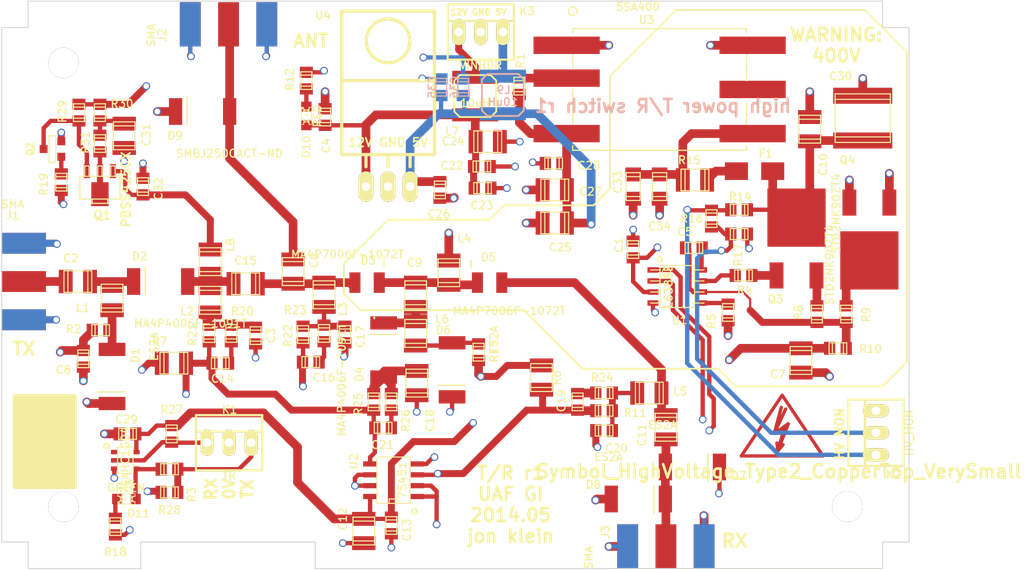
<source format=kicad_pcb>
(kicad_pcb (version 3) (host pcbnew "(2014-03-19 BZR 4756)-product")
  (layers (15 F.Cu signal) (2 Inner2.Cu signal hide) (1 Inner1.Cu signal) (0 B.Cu signal) (18 B.Paste user) (19 F.Paste user) (20 B.SilkS user) (21 F.SilkS user) (22 B.Mask user) (23 F.Mask user) (28 Edge.Cuts user))
  (net 0 "")
  (net 1 /RX)
  (net 2 /TX)
  (net 3 /hvbias)
  (net 4 /hvd)
  (net 5 /hvdiode)
  (net 6 /hvout)
  (net 7 /hvs)
  (net 8 GND)
  (net 9 VCC)
  (net 10 VDD)
  (net 11 "Net-(C2-Pad1)")
  (net 12 "Net-(C2-Pad2)")
  (net 13 "Net-(C3-Pad2)")
  (net 14 "Net-(C5-Pad1)")
  (net 15 "Net-(C15-Pad1)")
  (net 16 "Net-(C6-Pad2)")
  (net 17 "Net-(C9-Pad1)")
  (net 18 "Net-(C11-Pad1)")
  (net 19 "Net-(C11-Pad2)")
  (net 20 "Net-(C14-Pad2)")
  (net 21 "Net-(C15-Pad2)")
  (net 22 "Net-(C16-Pad2)")
  (net 23 "Net-(C17-Pad2)")
  (net 24 "Net-(C18-Pad1)")
  (net 25 "Net-(C19-Pad2)")
  (net 26 "Net-(C20-Pad2)")
  (net 27 "Net-(C21-Pad2)")
  (net 28 "Net-(D1-Pad1)")
  (net 29 "Net-(D6-Pad1)")
  (net 30 "Net-(Q3-PadG)")
  (net 31 "Net-(Q4-PadG)")
  (net 32 "Net-(R4-Pad1)")
  (net 33 "Net-(R5-Pad1)")
  (net 34 "Net-(C33-Pad1)")
  (net 35 +5V)
  (net 36 /TXDRV)
  (net 37 /RXDRV)
  (net 38 "Net-(R1-Pad2)")
  (net 39 "Net-(F1-Pad1)")
  (net 40 "Net-(D10-Pad2)")
  (net 41 "Net-(D11-Pad1)")
  (net 42 "Net-(D11-Pad2)")
  (net 43 "Net-(K2-Pad1)")
  (net 44 "Net-(K2-Pad2)")
  (net 45 "Net-(C31-Pad1)")
  (net 46 "Net-(Q1-Pad2)")
  (net 47 "Net-(Q1-Pad3)")
  (net 48 "Net-(Q2-Pad2)")
  (net 49 "Net-(C32-Pad2)")
  (net 50 "Net-(K3-Pad1)")
  (net 51 "Net-(K3-Pad3)")
  (module smd_capacitors:c_0805 (layer F.Cu) (at 129.794 53.467 270)
    (fp_text reference C1 (at -0.508 1.651 450) (layer F.SilkS) (effects (font (size 0.9 0.9))))
    (fp_text value 100nF hide)
    (pad 1 smd rect (at 0.9525 0 270) (size 1.30048 1.4986) (layers F.Cu F.Paste F.Mask) (net 9 VCC))
    (pad 2 smd rect (at -0.9525 0 270) (size 1.30048 1.4986) (layers F.Cu F.Paste F.Mask) (net 8 GND))
  )
  (module smd_capacitors:c_1210 (layer F.Cu) (at 65.913 57.15)
    (fp_text reference C2 (at -0.8255 -2.667) (layer F.SilkS) (effects (font (size 0.9 0.9))))
    (fp_text value .022uF hide)
    (pad 1 smd rect (at 1.397 0) (size 1.6002 2.6924) (layers F.Cu F.Paste F.Mask) (net 11 "Net-(C2-Pad1)"))
    (pad 2 smd rect (at -1.397 0) (size 1.6002 2.6924) (layers F.Cu F.Paste F.Mask) (net 12 "Net-(C2-Pad2)"))
  )
  (module smd_capacitors:c_0805 (layer F.Cu) (at 86.36 63.373 270)
    (fp_text reference C3 (at 0 -1.778 270) (layer F.SilkS) (effects (font (size 0.9 0.9))))
    (fp_text value 10nF hide)
    (pad 1 smd rect (at 0.9525 0 270) (size 1.30048 1.4986) (layers F.Cu F.Paste F.Mask) (net 8 GND))
    (pad 2 smd rect (at -0.9525 0 270) (size 1.30048 1.4986) (layers F.Cu F.Paste F.Mask) (net 13 "Net-(C3-Pad2)"))
  )
  (module smd_capacitors:c_0805 (layer F.Cu) (at 94.361 38.227 270)
    (fp_text reference C4 (at 3.302 -0.127 270) (layer F.SilkS) (effects (font (size 0.9 0.9))))
    (fp_text value 100nF hide)
    (pad 1 smd rect (at 0.9525 0 270) (size 1.30048 1.4986) (layers F.Cu F.Paste F.Mask) (net 9 VCC))
    (pad 2 smd rect (at -0.9525 0 270) (size 1.30048 1.4986) (layers F.Cu F.Paste F.Mask) (net 8 GND))
  )
  (module smd_capacitors:c_0805 (layer F.Cu) (at 136.779 53.2765)
    (fp_text reference C5 (at -1.016 -1.8415) (layer F.SilkS) (effects (font (size 0.9 0.9))))
    (fp_text value 68nF hide)
    (pad 1 smd rect (at 0.9525 0) (size 1.30048 1.4986) (layers F.Cu F.Paste F.Mask) (net 14 "Net-(C5-Pad1)"))
    (pad 2 smd rect (at -0.9525 0) (size 1.30048 1.4986) (layers F.Cu F.Paste F.Mask) (net 6 /hvout))
  )
  (module smd_capacitors:c_1210 (layer F.Cu) (at 90.678 56.007 270)
    (fp_text reference C6 (at -1.27 -2.413 270) (layer F.SilkS) (effects (font (size 0.9 0.9))))
    (fp_text value .022uF hide)
    (pad 1 smd rect (at 1.397 0 270) (size 1.6002 2.6924) (layers F.Cu F.Paste F.Mask) (net 15 "Net-(C15-Pad1)"))
    (pad 2 smd rect (at -1.397 0 270) (size 1.6002 2.6924) (layers F.Cu F.Paste F.Mask) (net 16 "Net-(C6-Pad2)"))
  )
  (module smd_capacitors:c_1210 (layer F.Cu) (at 149.098 66.2305 270)
    (fp_text reference C7 (at 1.5875 2.667 360) (layer F.SilkS) (effects (font (size 0.9 0.9))))
    (fp_text value .022uF hide)
    (pad 1 smd rect (at 1.397 0 270) (size 1.6002 2.6924) (layers F.Cu F.Paste F.Mask) (net 8 GND))
    (pad 2 smd rect (at -1.397 0 270) (size 1.6002 2.6924) (layers F.Cu F.Paste F.Mask) (net 3 /hvbias))
  )
  (module smd_capacitors:c_0805 (layer F.Cu) (at 66.548 66.04 90)
    (fp_text reference C8 (at -1.27 -2.286 180) (layer F.SilkS) (effects (font (size 0.9 0.9))))
    (fp_text value 20uF hide)
    (pad 1 smd rect (at 0.9525 0 90) (size 1.30048 1.4986) (layers F.Cu F.Paste F.Mask) (net 9 VCC))
    (pad 2 smd rect (at -0.9525 0 90) (size 1.30048 1.4986) (layers F.Cu F.Paste F.Mask) (net 8 GND))
  )
  (module smd_capacitors:c_1210 (layer F.Cu) (at 104.775 58.674 270)
    (fp_text reference C9 (at -3.683 0.127 360) (layer F.SilkS) (effects (font (size 0.9 0.9))))
    (fp_text value .022uF hide)
    (pad 1 smd rect (at 1.397 0 270) (size 1.6002 2.6924) (layers F.Cu F.Paste F.Mask) (net 17 "Net-(C9-Pad1)"))
    (pad 2 smd rect (at -1.397 0 270) (size 1.6002 2.6924) (layers F.Cu F.Paste F.Mask) (net 5 /hvdiode))
  )
  (module smd_capacitors:c_1210 (layer F.Cu) (at 150.114 39.624 270)
    (fp_text reference C10 (at 4.064 -1.524 270) (layer F.SilkS) (effects (font (size 0.9 0.9))))
    (fp_text value 4700pF hide)
    (pad 1 smd rect (at 1.397 0 270) (size 1.6002 2.6924) (layers F.Cu F.Paste F.Mask) (net 10 VDD))
    (pad 2 smd rect (at -1.397 0 270) (size 1.6002 2.6924) (layers F.Cu F.Paste F.Mask) (net 8 GND))
  )
  (module smd_capacitors:c_1210 (layer F.Cu) (at 133.564 73.914 90)
    (fp_text reference C11 (at -0.889 -2.754 90) (layer F.SilkS) (effects (font (size 0.9 0.9))))
    (fp_text value .022uF hide)
    (pad 1 smd rect (at 1.397 0 90) (size 1.6002 2.6924) (layers F.Cu F.Paste F.Mask) (net 18 "Net-(C11-Pad1)"))
    (pad 2 smd rect (at -1.397 0 90) (size 1.6002 2.6924) (layers F.Cu F.Paste F.Mask) (net 19 "Net-(C11-Pad2)"))
  )
  (module smd_capacitors:c_0805 (layer F.Cu) (at 101.981 85.217 90)
    (fp_text reference C13 (at -0.508 1.778 90) (layer F.SilkS) (effects (font (size 0.9 0.9))))
    (fp_text value 100nF hide)
    (pad 1 smd rect (at 0.9525 0 90) (size 1.30048 1.4986) (layers F.Cu F.Paste F.Mask) (net 35 +5V))
    (pad 2 smd rect (at -0.9525 0 90) (size 1.30048 1.4986) (layers F.Cu F.Paste F.Mask) (net 8 GND))
  )
  (module smd_capacitors:c_0805 (layer F.Cu) (at 82.296 66.548 180)
    (fp_text reference C14 (at -0.254 -1.778 180) (layer F.SilkS) (effects (font (size 0.9 0.9))))
    (fp_text value DNP hide)
    (pad 1 smd rect (at 0.9525 0 180) (size 1.30048 1.4986) (layers F.Cu F.Paste F.Mask) (net 36 /TXDRV))
    (pad 2 smd rect (at -0.9525 0 180) (size 1.30048 1.4986) (layers F.Cu F.Paste F.Mask) (net 20 "Net-(C14-Pad2)"))
  )
  (module smd_capacitors:c_1210 (layer F.Cu) (at 85.217 57.404)
    (fp_text reference C15 (at 0 -2.667) (layer F.SilkS) (effects (font (size 0.9 0.9))))
    (fp_text value .022uF hide)
    (pad 1 smd rect (at 1.397 0) (size 1.6002 2.6924) (layers F.Cu F.Paste F.Mask) (net 15 "Net-(C15-Pad1)"))
    (pad 2 smd rect (at -1.397 0) (size 1.6002 2.6924) (layers F.Cu F.Paste F.Mask) (net 21 "Net-(C15-Pad2)"))
  )
  (module smd_capacitors:c_0805 (layer F.Cu) (at 92.71 66.421 180)
    (fp_text reference C16 (at -1.524 -1.778 180) (layer F.SilkS) (effects (font (size 0.9 0.9))))
    (fp_text value DNP hide)
    (pad 1 smd rect (at 0.9525 0 180) (size 1.30048 1.4986) (layers F.Cu F.Paste F.Mask) (net 37 /RXDRV))
    (pad 2 smd rect (at -0.9525 0 180) (size 1.30048 1.4986) (layers F.Cu F.Paste F.Mask) (net 22 "Net-(C16-Pad2)"))
  )
  (module smd_capacitors:c_0805 (layer F.Cu) (at 96.647 63.246 270)
    (fp_text reference C17 (at 0.254 -1.778 270) (layer F.SilkS) (effects (font (size 0.9 0.9))))
    (fp_text value 10nF hide)
    (pad 1 smd rect (at 0.9525 0 270) (size 1.30048 1.4986) (layers F.Cu F.Paste F.Mask) (net 8 GND))
    (pad 2 smd rect (at -0.9525 0 270) (size 1.30048 1.4986) (layers F.Cu F.Paste F.Mask) (net 23 "Net-(C17-Pad2)"))
  )
  (module smd_capacitors:c_1210 (layer F.Cu) (at 104.902 68.834 90)
    (fp_text reference C18 (at -4.318 1.524 90) (layer F.SilkS) (effects (font (size 0.9 0.9))))
    (fp_text value ".022uF 100V" hide)
    (pad 1 smd rect (at 1.397 0 90) (size 1.6002 2.6924) (layers F.Cu F.Paste F.Mask) (net 24 "Net-(C18-Pad1)"))
    (pad 2 smd rect (at -1.397 0 90) (size 1.6002 2.6924) (layers F.Cu F.Paste F.Mask) (net 8 GND))
  )
  (module smd_capacitors:c_0805 (layer F.Cu) (at 123.404 70.993 270)
    (fp_text reference C19 (at -0.127 1.865 270) (layer F.SilkS) (effects (font (size 0.9 0.9))))
    (fp_text value DNP hide)
    (pad 1 smd rect (at 0.9525 0 270) (size 1.30048 1.4986) (layers F.Cu F.Paste F.Mask) (net 37 /RXDRV))
    (pad 2 smd rect (at -0.9525 0 270) (size 1.30048 1.4986) (layers F.Cu F.Paste F.Mask) (net 25 "Net-(C19-Pad2)"))
  )
  (module smd_capacitors:c_0805 (layer F.Cu) (at 126.452 74.295 180)
    (fp_text reference C20 (at -1.437 -2.032 360) (layer F.SilkS) (effects (font (size 0.9 0.9))))
    (fp_text value 10nF hide)
    (pad 1 smd rect (at 0.9525 0 180) (size 1.30048 1.4986) (layers F.Cu F.Paste F.Mask) (net 8 GND))
    (pad 2 smd rect (at -0.9525 0 180) (size 1.30048 1.4986) (layers F.Cu F.Paste F.Mask) (net 26 "Net-(C20-Pad2)"))
  )
  (module smd_capacitors:c_0805 (layer F.Cu) (at 101.0285 73.9775 180)
    (fp_text reference C21 (at 0.0635 -1.9685 180) (layer F.SilkS) (effects (font (size 0.9 0.9))))
    (fp_text value DNP hide)
    (pad 1 smd rect (at 0.9525 0 180) (size 1.30048 1.4986) (layers F.Cu F.Paste F.Mask) (net 36 /TXDRV))
    (pad 2 smd rect (at -0.9525 0 180) (size 1.30048 1.4986) (layers F.Cu F.Paste F.Mask) (net 27 "Net-(C21-Pad2)"))
  )
  (module smd_capacitors:c_0805 (layer F.Cu) (at 112.395 43.9166 180)
    (fp_text reference C22 (at 3.429 0.1016 180) (layer F.SilkS) (effects (font (size 0.9 0.9))))
    (fp_text value 2.2uF hide)
    (pad 1 smd rect (at 0.9525 0 180) (size 1.30048 1.4986) (layers F.Cu F.Paste F.Mask) (net 9 VCC))
    (pad 2 smd rect (at -0.9525 0 180) (size 1.30048 1.4986) (layers F.Cu F.Paste F.Mask) (net 8 GND))
  )
  (module smd_capacitors:c_0805 (layer F.Cu) (at 112.4712 46.4058 180)
    (fp_text reference C23 (at 0.0762 -1.9812 180) (layer F.SilkS) (effects (font (size 0.9 0.9))))
    (fp_text value 10nF hide)
    (pad 1 smd rect (at 0.9525 0 180) (size 1.30048 1.4986) (layers F.Cu F.Paste F.Mask) (net 9 VCC))
    (pad 2 smd rect (at -0.9525 0 180) (size 1.30048 1.4986) (layers F.Cu F.Paste F.Mask) (net 8 GND))
  )
  (module smd_capacitors:c_1210 (layer F.Cu) (at 113.0681 41.0591 180)
    (fp_text reference C24 (at 3.9751 0.0381 180) (layer F.SilkS) (effects (font (size 0.9 0.9))))
    (fp_text value 10uF hide)
    (pad 1 smd rect (at 1.397 0 180) (size 1.6002 2.6924) (layers F.Cu F.Paste F.Mask) (net 9 VCC))
    (pad 2 smd rect (at -1.397 0 180) (size 1.6002 2.6924) (layers F.Cu F.Paste F.Mask) (net 8 GND))
  )
  (module smd_capacitors:c_1210 (layer F.Cu) (at 120.777 50.419)
    (fp_text reference C25 (at 0.635 2.794) (layer F.SilkS) (effects (font (size 0.9 0.9))))
    (fp_text value 47uF hide)
    (pad 1 smd rect (at 1.397 0) (size 1.6002 2.6924) (layers F.Cu F.Paste F.Mask) (net 35 +5V))
    (pad 2 smd rect (at -1.397 0) (size 1.6002 2.6924) (layers F.Cu F.Paste F.Mask) (net 8 GND))
  )
  (module smd_capacitors:c_1210 (layer F.Cu) (at 120.777 46.609)
    (fp_text reference C27 (at 4.1275 0.1905) (layer F.SilkS) (effects (font (size 0.9 0.9))))
    (fp_text value 47uF hide)
    (pad 1 smd rect (at 1.397 0) (size 1.6002 2.6924) (layers F.Cu F.Paste F.Mask) (net 35 +5V))
    (pad 2 smd rect (at -1.397 0) (size 1.6002 2.6924) (layers F.Cu F.Paste F.Mask) (net 8 GND))
  )
  (module smb_diode:SMB_DO2144AA (layer F.Cu) (at 69.85 68.072 270)
    (fp_text reference D1 (at -2.413 -2.667 270) (layer F.SilkS) (effects (font (size 0.9 0.9))))
    (fp_text value ES2A (at -3.429 -4.826 270) (layer F.SilkS) (effects (font (size 0.9 0.9))))
    (pad 1 smd rect (at -3.1115 0 270) (size 1.524 3.074) (layers F.Cu F.Paste F.Mask) (net 28 "Net-(D1-Pad1)"))
    (pad 2 smd rect (at 3.1115 0 270) (size 1.524 3.074) (layers F.Cu F.Paste F.Mask) (net 8 GND))
  )
  (module melf-1072:MELF-1072 (layer F.Cu) (at 99.187 57.277)
    (fp_text reference D3 (at 0.127 -2.54) (layer F.SilkS) (effects (font (size 0.9 0.9))))
    (fp_text value MA4P7006F-1072T (at -2.25 -3.25) (layer F.SilkS) (effects (font (size 0.9 0.9))))
    (pad 1 smd rect (at -1.4 0) (size 1.27 2.36) (layers F.Cu F.Paste F.Mask) (net 15 "Net-(C15-Pad1)"))
    (pad 2 smd rect (at 1.4 0) (size 1.27 2.36) (layers F.Cu F.Paste F.Mask) (net 5 /hvdiode))
  )
  (module melf-1072:MELF-1072 (layer F.Cu) (at 113.284 57.277 180)
    (fp_text reference D5 (at 0.127 2.921 180) (layer F.SilkS) (effects (font (size 0.9 0.9))))
    (fp_text value MA4P7006F-1072T (at -2.25 -3.25 180) (layer F.SilkS) (effects (font (size 0.9 0.9))))
    (pad 1 smd rect (at -1.4 0 180) (size 1.27 2.36) (layers F.Cu F.Paste F.Mask) (net 18 "Net-(C11-Pad1)"))
    (pad 2 smd rect (at 1.4 0 180) (size 1.27 2.36) (layers F.Cu F.Paste F.Mask) (net 5 /hvdiode))
  )
  (module smb_diode:SMB_DO2144AA (layer F.Cu) (at 108.966 67.31 270)
    (fp_text reference D6 (at -4.572 1.016 360) (layer F.SilkS) (effects (font (size 0.9 0.9))))
    (fp_text value ES2A (at -3.429 -4.826 270) (layer F.SilkS) (effects (font (size 0.9 0.9))))
    (pad 1 smd rect (at -3.1115 0 270) (size 1.524 3.074) (layers F.Cu F.Paste F.Mask) (net 29 "Net-(D6-Pad1)"))
    (pad 2 smd rect (at 3.1115 0 270) (size 1.524 3.074) (layers F.Cu F.Paste F.Mask) (net 8 GND))
  )
  (module smb_diode:SMB_DO2144AA (layer F.Cu) (at 136.612 78.486)
    (fp_text reference D7 (at 5.334 1.016) (layer F.SilkS) (effects (font (size 0.9 0.9))))
    (fp_text value ES2A (at -3.429 -4.826) (layer F.SilkS) (effects (font (size 0.9 0.9))))
    (pad 1 smd rect (at -3.1115 0) (size 1.524 3.074) (layers F.Cu F.Paste F.Mask) (net 19 "Net-(C11-Pad2)"))
    (pad 2 smd rect (at 3.1115 0) (size 1.524 3.074) (layers F.Cu F.Paste F.Mask) (net 8 GND))
  )
  (module smb_diode:SMB_DO2144AA (layer F.Cu) (at 130.389 82.169)
    (fp_text reference D8 (at -5.167 -1.651) (layer F.SilkS) (effects (font (size 0.9 0.9))))
    (fp_text value ES2A (at -3.429 -4.826) (layer F.SilkS) (effects (font (size 0.9 0.9))))
    (pad 1 smd rect (at -3.1115 0) (size 1.524 3.074) (layers F.Cu F.Paste F.Mask) (net 8 GND))
    (pad 2 smd rect (at 3.1115 0) (size 1.524 3.074) (layers F.Cu F.Paste F.Mask) (net 19 "Net-(C11-Pad2)"))
  )
  (module sma:sma (layer F.Cu) (at 59.69 57.15)
    (fp_text reference J1 (at -1.27 -7.62) (layer F.SilkS) (effects (font (size 0.9 0.9))))
    (fp_text value SMA (at -1.27 -8.89) (layer F.SilkS) (effects (font (size 0.9 0.9))))
    (pad 1 smd rect (at 0 0) (size 5.1 2.4) (layers F.Cu F.Paste F.Mask) (net 12 "Net-(C2-Pad2)"))
    (pad 2 smd rect (at 0 -4.4) (size 5.1 2.4) (layers F.Cu F.Paste F.Mask) (net 8 GND))
    (pad 3 smd rect (at 0 4.4) (size 5.1 2.4) (layers F.Cu F.Paste F.Mask) (net 8 GND))
    (pad 4 smd rect (at 0 4.4) (size 5.1 2.4) (layers B.Cu B.Paste B.Mask) (net 8 GND))
    (pad 5 smd rect (at 0 -4.4) (size 5.1 2.4) (layers B.Cu B.Paste B.Mask) (net 8 GND))
  )
  (module sma:sma (layer F.Cu) (at 83.2485 27.559 90)
    (fp_text reference J2 (at -1.27 -7.62 90) (layer F.SilkS) (effects (font (size 0.9 0.9))))
    (fp_text value SMA (at -1.27 -8.89 90) (layer F.SilkS) (effects (font (size 0.9 0.9))))
    (pad 1 smd rect (at 0 0 90) (size 5.1 2.4) (layers F.Cu F.Paste F.Mask) (net 16 "Net-(C6-Pad2)"))
    (pad 2 smd rect (at 0 -4.4 90) (size 5.1 2.4) (layers F.Cu F.Paste F.Mask) (net 8 GND))
    (pad 3 smd rect (at 0 4.4 90) (size 5.1 2.4) (layers F.Cu F.Paste F.Mask) (net 8 GND))
    (pad 4 smd rect (at 0 4.4 90) (size 5.1 2.4) (layers B.Cu B.Paste B.Mask) (net 8 GND))
    (pad 5 smd rect (at 0 -4.4 90) (size 5.1 2.4) (layers B.Cu B.Paste B.Mask) (net 8 GND))
  )
  (module sma:sma (layer F.Cu) (at 133.564 87.63 90)
    (fp_text reference J3 (at 1.651 -6.945 90) (layer F.SilkS) (effects (font (size 0.9 0.9))))
    (fp_text value SMA (at -1.27 -8.89 90) (layer F.SilkS) (effects (font (size 0.9 0.9))))
    (pad 1 smd rect (at 0 0 90) (size 5.1 2.4) (layers F.Cu F.Paste F.Mask) (net 19 "Net-(C11-Pad2)"))
    (pad 2 smd rect (at 0 -4.4 90) (size 5.1 2.4) (layers F.Cu F.Paste F.Mask) (net 8 GND))
    (pad 3 smd rect (at 0 4.4 90) (size 5.1 2.4) (layers F.Cu F.Paste F.Mask) (net 8 GND))
    (pad 4 smd rect (at 0 4.4 90) (size 5.1 2.4) (layers B.Cu B.Paste B.Mask) (net 8 GND))
    (pad 5 smd rect (at 0 -4.4 90) (size 5.1 2.4) (layers B.Cu B.Paste B.Mask) (net 8 GND))
  )
  (module smd_capacitors:c_1210 (layer F.Cu) (at 69.85 59.055 90)
    (fp_text reference L1 (at -1.143 -3.3655 180) (layer F.SilkS) (effects (font (size 0.9 0.9))))
    (fp_text value 22uH hide)
    (pad 1 smd rect (at 1.397 0 90) (size 1.6002 2.6924) (layers F.Cu F.Paste F.Mask) (net 11 "Net-(C2-Pad1)"))
    (pad 2 smd rect (at -1.397 0 90) (size 1.6002 2.6924) (layers F.Cu F.Paste F.Mask) (net 28 "Net-(D1-Pad1)"))
  )
  (module smd_capacitors:c_1210 (layer F.Cu) (at 81.153 59.309 270)
    (fp_text reference L2 (at 1.27 2.667 360) (layer F.SilkS) (effects (font (size 0.9 0.9))))
    (fp_text value 22uH hide)
    (pad 1 smd rect (at 1.397 0 270) (size 1.6002 2.6924) (layers F.Cu F.Paste F.Mask) (net 13 "Net-(C3-Pad2)"))
    (pad 2 smd rect (at -1.397 0 270) (size 1.6002 2.6924) (layers F.Cu F.Paste F.Mask) (net 21 "Net-(C15-Pad2)"))
  )
  (module smd_capacitors:c_1210 (layer F.Cu) (at 94.234 58.674 270)
    (fp_text reference L3 (at 1.651 -2.159 270) (layer F.SilkS) (effects (font (size 0.9 0.9))))
    (fp_text value 22uH hide)
    (pad 1 smd rect (at 1.397 0 270) (size 1.6002 2.6924) (layers F.Cu F.Paste F.Mask) (net 23 "Net-(C17-Pad2)"))
    (pad 2 smd rect (at -1.397 0 270) (size 1.6002 2.6924) (layers F.Cu F.Paste F.Mask) (net 15 "Net-(C15-Pad1)"))
  )
  (module smd_capacitors:c_1210 (layer F.Cu) (at 108.585 56.134 270)
    (fp_text reference L4 (at -3.937 -1.778 360) (layer F.SilkS) (effects (font (size 0.9 0.9))))
    (fp_text value 22uH hide)
    (pad 1 smd rect (at 1.397 0 270) (size 1.6002 2.6924) (layers F.Cu F.Paste F.Mask) (net 5 /hvdiode))
    (pad 2 smd rect (at -1.397 0 270) (size 1.6002 2.6924) (layers F.Cu F.Paste F.Mask) (net 3 /hvbias))
  )
  (module smd_capacitors:c_1210 (layer F.Cu) (at 131.659 69.977 180)
    (fp_text reference L5 (at -3.556 0.1905 180) (layer F.SilkS) (effects (font (size 0.9 0.9))))
    (fp_text value 22uH hide)
    (pad 1 smd rect (at 1.397 0 180) (size 1.6002 2.6924) (layers F.Cu F.Paste F.Mask) (net 26 "Net-(C20-Pad2)"))
    (pad 2 smd rect (at -1.397 0 180) (size 1.6002 2.6924) (layers F.Cu F.Paste F.Mask) (net 18 "Net-(C11-Pad1)"))
  )
  (module smd_capacitors:c_1210 (layer F.Cu) (at 104.775 63.119 90)
    (fp_text reference L6 (at 1.651 3.048 180) (layer F.SilkS) (effects (font (size 0.9 0.9))))
    (fp_text value 22uH hide)
    (pad 1 smd rect (at 1.397 0 90) (size 1.6002 2.6924) (layers F.Cu F.Paste F.Mask) (net 17 "Net-(C9-Pad1)"))
    (pad 2 smd rect (at -1.397 0 90) (size 1.6002 2.6924) (layers F.Cu F.Paste F.Mask) (net 29 "Net-(D6-Pad1)"))
  )
  (module to252:TO252-3 (layer F.Cu) (at 148.59 56.4515 270)
    (fp_text reference Q3 (at 2.7305 2.413 360) (layer F.SilkS) (effects (font (size 0.9 0.9))))
    (fp_text value STD2NK90ZT4 (at -1.27 -3.81 270) (layer F.SilkS) (effects (font (size 0.9 0.9))))
    (pad G smd rect (at 0 2.3 270) (size 3 1.6) (layers F.Cu F.Paste F.Mask) (net 30 "Net-(Q3-PadG)"))
    (pad S smd rect (at 0 -2.3 270) (size 3 1.6) (layers F.Cu F.Paste F.Mask) (net 7 /hvs))
    (pad D smd rect (at -6.65 0 270) (size 6.7 6.7) (layers F.Cu F.Paste F.Mask) (net 10 VDD))
  )
  (module to252:TO252-3 (layer F.Cu) (at 156.972 48.0695 90)
    (fp_text reference Q4 (at 4.8895 -2.54 180) (layer F.SilkS) (effects (font (size 0.9 0.9))))
    (fp_text value STD2NK90ZT4 (at -1.27 -3.81 90) (layer F.SilkS) (effects (font (size 0.9 0.9))))
    (pad G smd rect (at 0 2.3 90) (size 3 1.6) (layers F.Cu F.Paste F.Mask) (net 31 "Net-(Q4-PadG)"))
    (pad S smd rect (at 0 -2.3 90) (size 3 1.6) (layers F.Cu F.Paste F.Mask) (net 8 GND))
    (pad D smd rect (at -6.65 0 90) (size 6.7 6.7) (layers F.Cu F.Paste F.Mask) (net 4 /hvd))
  )
  (module smd_capacitors:c_0805 (layer F.Cu) (at 68.5292 62.7507)
    (fp_text reference R2 (at -3.1242 -0.1397) (layer F.SilkS) (effects (font (size 0.9 0.9))))
    (fp_text value 1k hide)
    (pad 1 smd rect (at 0.9525 0) (size 1.30048 1.4986) (layers F.Cu F.Paste F.Mask) (net 28 "Net-(D1-Pad1)"))
    (pad 2 smd rect (at -0.9525 0) (size 1.30048 1.4986) (layers F.Cu F.Paste F.Mask) (net 9 VCC))
  )
  (module smd_capacitors:c_0805 (layer F.Cu) (at 142.494 56.4515 180)
    (fp_text reference R4 (at -0.127 -1.7145 180) (layer F.SilkS) (effects (font (size 0.9 0.9))))
    (fp_text value 0 hide)
    (pad 1 smd rect (at 0.9525 0 180) (size 1.30048 1.4986) (layers F.Cu F.Paste F.Mask) (net 32 "Net-(R4-Pad1)"))
    (pad 2 smd rect (at -0.9525 0 180) (size 1.30048 1.4986) (layers F.Cu F.Paste F.Mask) (net 30 "Net-(Q3-PadG)"))
  )
  (module smd_capacitors:c_0805 (layer F.Cu) (at 140.716 60.706 90)
    (fp_text reference R5 (at -1.016 -1.905 90) (layer F.SilkS) (effects (font (size 0.9 0.9))))
    (fp_text value 0 hide)
    (pad 1 smd rect (at 0.9525 0 90) (size 1.30048 1.4986) (layers F.Cu F.Paste F.Mask) (net 33 "Net-(R5-Pad1)"))
    (pad 2 smd rect (at -0.9525 0 90) (size 1.30048 1.4986) (layers F.Cu F.Paste F.Mask) (net 31 "Net-(Q4-PadG)"))
  )
  (module smd_capacitors:c_0805 (layer F.Cu) (at 150.9395 60.8965 90)
    (fp_text reference R8 (at 0.1905 -2.0955 90) (layer F.SilkS) (effects (font (size 0.9 0.9))))
    (fp_text value 0 hide)
    (pad 1 smd rect (at 0.9525 0 90) (size 1.30048 1.4986) (layers F.Cu F.Paste F.Mask) (net 7 /hvs))
    (pad 2 smd rect (at -0.9525 0 90) (size 1.30048 1.4986) (layers F.Cu F.Paste F.Mask) (net 6 /hvout))
  )
  (module smd_capacitors:c_0805 (layer F.Cu) (at 154.305 60.8965 270)
    (fp_text reference R9 (at 0.0635 -2.286 270) (layer F.SilkS) (effects (font (size 0.9 0.9))))
    (fp_text value 0 hide)
    (pad 1 smd rect (at 0.9525 0 270) (size 1.30048 1.4986) (layers F.Cu F.Paste F.Mask) (net 6 /hvout))
    (pad 2 smd rect (at -0.9525 0 270) (size 1.30048 1.4986) (layers F.Cu F.Paste F.Mask) (net 4 /hvd))
  )
  (module smd_capacitors:c_0805 (layer F.Cu) (at 153.3525 64.8335)
    (fp_text reference R10 (at 3.7465 0.0635) (layer F.SilkS) (effects (font (size 0.9 0.9))))
    (fp_text value 0 hide)
    (pad 1 smd rect (at 0.9525 0) (size 1.30048 1.4986) (layers F.Cu F.Paste F.Mask) (net 6 /hvout))
    (pad 2 smd rect (at -0.9525 0) (size 1.30048 1.4986) (layers F.Cu F.Paste F.Mask) (net 3 /hvbias))
  )
  (module smd_capacitors:c_0805 (layer F.Cu) (at 126.452 72.009 180)
    (fp_text reference R11 (at -3.596 -0.254 180) (layer F.SilkS) (effects (font (size 0.9 0.9))))
    (fp_text value 150 hide)
    (pad 1 smd rect (at 0.9525 0 180) (size 1.30048 1.4986) (layers F.Cu F.Paste F.Mask) (net 37 /RXDRV))
    (pad 2 smd rect (at -0.9525 0 180) (size 1.30048 1.4986) (layers F.Cu F.Paste F.Mask) (net 26 "Net-(C20-Pad2)"))
  )
  (module smd_capacitors:c_0805 (layer F.Cu) (at 112.014 65.278 90)
    (fp_text reference R13 (at 0.127 1.778 90) (layer F.SilkS) (effects (font (size 0.9 0.9))))
    (fp_text value 1k hide)
    (pad 1 smd rect (at 0.9525 0 90) (size 1.30048 1.4986) (layers F.Cu F.Paste F.Mask) (net 29 "Net-(D6-Pad1)"))
    (pad 2 smd rect (at -0.9525 0 90) (size 1.30048 1.4986) (layers F.Cu F.Paste F.Mask) (net 9 VCC))
  )
  (module smd_capacitors:c_1210 (layer F.Cu) (at 136.906 45.466)
    (fp_text reference R15 (at -0.635 -2.286 180) (layer F.SilkS) (effects (font (size 0.9 0.9))))
    (fp_text value "90 OHM NTC" hide)
    (pad 1 smd rect (at 1.397 0) (size 1.6002 2.6924) (layers F.Cu F.Paste F.Mask) (net 39 "Net-(F1-Pad1)"))
    (pad 2 smd rect (at -1.397 0) (size 1.6002 2.6924) (layers F.Cu F.Paste F.Mask) (net 34 "Net-(C33-Pad1)"))
  )
  (module smd_capacitors:c_0805 (layer F.Cu) (at 83.566 63.119 270)
    (fp_text reference R20 (at -2.54 -1.27 360) (layer F.SilkS) (effects (font (size 0.9 0.9))))
    (fp_text value DNP hide)
    (pad 1 smd rect (at 0.9525 0 270) (size 1.30048 1.4986) (layers F.Cu F.Paste F.Mask) (net 20 "Net-(C14-Pad2)"))
    (pad 2 smd rect (at -0.9525 0 270) (size 1.30048 1.4986) (layers F.Cu F.Paste F.Mask) (net 13 "Net-(C3-Pad2)"))
  )
  (module smd_capacitors:c_0805 (layer F.Cu) (at 81.026 63.1317 270)
    (fp_text reference R21 (at 0.1143 1.905 450) (layer F.SilkS) (effects (font (size 0.9 0.9))))
    (fp_text value 150 hide)
    (pad 1 smd rect (at 0.9525 0 270) (size 1.30048 1.4986) (layers F.Cu F.Paste F.Mask) (net 36 /TXDRV))
    (pad 2 smd rect (at -0.9525 0 270) (size 1.30048 1.4986) (layers F.Cu F.Paste F.Mask) (net 13 "Net-(C3-Pad2)"))
  )
  (module smd_capacitors:c_0805 (layer F.Cu) (at 91.821 63.246 270)
    (fp_text reference R22 (at 0.127 1.7145 270) (layer F.SilkS) (effects (font (size 0.9 0.9))))
    (fp_text value 150 hide)
    (pad 1 smd rect (at 0.9525 0 270) (size 1.30048 1.4986) (layers F.Cu F.Paste F.Mask) (net 37 /RXDRV))
    (pad 2 smd rect (at -0.9525 0 270) (size 1.30048 1.4986) (layers F.Cu F.Paste F.Mask) (net 23 "Net-(C17-Pad2)"))
  )
  (module smd_capacitors:c_0805 (layer F.Cu) (at 94.234 63.119 270)
    (fp_text reference R23 (at -2.667 3.302 540) (layer F.SilkS) (effects (font (size 0.9 0.9))))
    (fp_text value DNP hide)
    (pad 1 smd rect (at 0.9525 0 270) (size 1.30048 1.4986) (layers F.Cu F.Paste F.Mask) (net 22 "Net-(C16-Pad2)"))
    (pad 2 smd rect (at -0.9525 0 270) (size 1.30048 1.4986) (layers F.Cu F.Paste F.Mask) (net 23 "Net-(C17-Pad2)"))
  )
  (module smd_capacitors:c_0805 (layer F.Cu) (at 126.452 69.977 180)
    (fp_text reference R24 (at 0.214 1.778 360) (layer F.SilkS) (effects (font (size 0.9 0.9))))
    (fp_text value DNP hide)
    (pad 1 smd rect (at 0.9525 0 180) (size 1.30048 1.4986) (layers F.Cu F.Paste F.Mask) (net 25 "Net-(C19-Pad2)"))
    (pad 2 smd rect (at -0.9525 0 180) (size 1.30048 1.4986) (layers F.Cu F.Paste F.Mask) (net 26 "Net-(C20-Pad2)"))
  )
  (module smd_capacitors:c_0805 (layer F.Cu) (at 99.949 70.993 270)
    (fp_text reference R25 (at 0.254 1.778 270) (layer F.SilkS) (effects (font (size 0.9 0.9))))
    (fp_text value 220 hide)
    (pad 1 smd rect (at 0.9525 0 270) (size 1.30048 1.4986) (layers F.Cu F.Paste F.Mask) (net 36 /TXDRV))
    (pad 2 smd rect (at -0.9525 0 270) (size 1.30048 1.4986) (layers F.Cu F.Paste F.Mask) (net 24 "Net-(C18-Pad1)"))
  )
  (module smd_capacitors:c_0805 (layer F.Cu) (at 101.981 70.993 270)
    (fp_text reference R26 (at 2.159 -1.651 270) (layer F.SilkS) (effects (font (size 0.9 0.9))))
    (fp_text value DNP hide)
    (pad 1 smd rect (at 0.9525 0 270) (size 1.30048 1.4986) (layers F.Cu F.Paste F.Mask) (net 27 "Net-(C21-Pad2)"))
    (pad 2 smd rect (at -0.9525 0 270) (size 1.30048 1.4986) (layers F.Cu F.Paste F.Mask) (net 24 "Net-(C18-Pad1)"))
  )
  (module smd_capacitors:c_0805 (layer F.Cu) (at 76.708 74.676 270)
    (fp_text reference R27 (at -2.794 0 360) (layer F.SilkS) (effects (font (size 0.9 0.9))))
    (fp_text value 20k hide)
    (pad 1 smd rect (at 0.9525 0 270) (size 1.30048 1.4986) (layers F.Cu F.Paste F.Mask) (net 1 /RX))
    (pad 2 smd rect (at -0.9525 0 270) (size 1.30048 1.4986) (layers F.Cu F.Paste F.Mask) (net 35 +5V))
  )
  (module smd_dil:so-8 (layer F.Cu) (at 134.874 57.7215 270)
    (fp_text reference U1 (at 3.8735 -0.254 360) (layer F.SilkS) (effects (font (size 0.9 0.9))))
    (fp_text value L6388E (at 0 1.016 270) (layer F.SilkS) (effects (font (size 0.9 0.9))))
    (pad 1 smd rect (at -1.905 2.794 270) (size 0.635 1.27) (layers F.Cu F.Paste F.Mask) (net 1 /RX))
    (pad 2 smd rect (at -0.635 2.794 270) (size 0.635 1.27) (layers F.Cu F.Paste F.Mask) (net 2 /TX))
    (pad 3 smd rect (at 0.635 2.794 270) (size 0.635 1.27) (layers F.Cu F.Paste F.Mask) (net 9 VCC))
    (pad 4 smd rect (at 1.905 2.794 270) (size 0.635 1.27) (layers F.Cu F.Paste F.Mask) (net 8 GND))
    (pad 5 smd rect (at 1.905 -2.794 270) (size 0.635 1.27) (layers F.Cu F.Paste F.Mask) (net 33 "Net-(R5-Pad1)"))
    (pad 6 smd rect (at 0.635 -2.794 270) (size 0.635 1.27) (layers F.Cu F.Paste F.Mask) (net 6 /hvout))
    (pad 7 smd rect (at -0.635 -2.794 270) (size 0.635 1.27) (layers F.Cu F.Paste F.Mask) (net 32 "Net-(R4-Pad1)"))
    (pad 8 smd rect (at -1.905 -2.794 270) (size 0.635 1.27) (layers F.Cu F.Paste F.Mask) (net 14 "Net-(C5-Pad1)"))
  )
  (module smd_capacitors:c_0805 (layer F.Cu) (at 107.569 46.609 90)
    (fp_text reference C26 (at -2.794 -0.127 180) (layer F.SilkS) (effects (font (size 0.9 0.9))))
    (fp_text value 100nF hide)
    (pad 1 smd rect (at 0.9525 0 90) (size 1.30048 1.4986) (layers F.Cu F.Paste F.Mask) (net 35 +5V))
    (pad 2 smd rect (at -0.9525 0 90) (size 1.30048 1.4986) (layers F.Cu F.Paste F.Mask) (net 8 GND))
  )
  (module smd_capacitors:c_1206 (layer F.Cu) (at 132.842 46.228 90)
    (fp_text reference C34 (at -4.572 0 180) (layer F.SilkS) (effects (font (size 0.9 0.9))))
    (fp_text value 4700pF hide)
    (pad 1 smd rect (at 1.397 0 90) (size 1.6002 1.8034) (layers F.Cu F.Paste F.Mask) (net 34 "Net-(C33-Pad1)"))
    (pad 2 smd rect (at -1.397 0 90) (size 1.6002 1.8034) (layers F.Cu F.Paste F.Mask) (net 8 GND))
  )
  (module smb_diode:SMB_DO2144AA (layer F.Cu) (at 80.264 37.592 180)
    (fp_text reference D9 (at 3.175 -2.794 180) (layer F.SilkS) (effects (font (size 0.9 0.9))))
    (fp_text value "SMBJ250CACT-ND " (at -3.429 -4.826 180) (layer F.SilkS) (effects (font (size 0.9 0.9))))
    (pad 1 smd rect (at -3.1115 0 180) (size 1.524 3.074) (layers F.Cu F.Paste F.Mask) (net 16 "Net-(C6-Pad2)"))
    (pad 2 smd rect (at 3.1115 0 180) (size 1.524 3.074) (layers F.Cu F.Paste F.Mask) (net 8 GND))
  )
  (module smb_diode:SMB_DO2144AA (layer F.Cu) (at 75.438 57.15 180)
    (fp_text reference D2 (at 2.413 2.921 180) (layer F.SilkS) (effects (font (size 0.9 0.9))))
    (fp_text value MA4P4006F-1091T (at -3.429 -4.826 180) (layer F.SilkS) (effects (font (size 0.9 0.9))))
    (pad 1 smd rect (at -3.1115 0 180) (size 1.524 3.074) (layers F.Cu F.Paste F.Mask) (net 21 "Net-(C15-Pad2)"))
    (pad 2 smd rect (at 3.1115 0 180) (size 1.524 3.074) (layers F.Cu F.Paste F.Mask) (net 11 "Net-(C2-Pad1)"))
  )
  (module smb_diode:SMB_DO2144AA (layer F.Cu) (at 101.092 65.024 90)
    (fp_text reference D4 (at -2.794 -2.794 90) (layer F.SilkS) (effects (font (size 0.9 0.9))))
    (fp_text value MA4P4006F-1091T (at -3.429 -4.826 90) (layer F.SilkS) (effects (font (size 0.9 0.9))))
    (pad 1 smd rect (at -3.1115 0 90) (size 1.524 3.074) (layers F.Cu F.Paste F.Mask) (net 24 "Net-(C18-Pad1)"))
    (pad 2 smd rect (at 3.1115 0 90) (size 1.524 3.074) (layers F.Cu F.Paste F.Mask) (net 17 "Net-(C9-Pad1)"))
  )
  (module SOIC_Packages:SOIC-8_N (layer F.Cu) (at 102.235 80.01 90)
    (fp_text reference U2 (at 2.159 -4.572 90) (layer F.SilkS) (effects (font (size 0.9 0.9))))
    (fp_text value 75451 (at 0 1.016 90) (layer F.SilkS) (effects (font (size 0.9 0.9))))
    (pad 8 smd rect (at -1.875 -2.7 90) (size 0.6 1.6) (layers F.Cu F.Paste F.Mask) (net 35 +5V))
    (pad 1 smd rect (at -1.875 2.7 90) (size 0.6 1.6) (layers F.Cu F.Paste F.Mask) (net 1 /RX))
    (pad 7 smd rect (at -0.625 -2.7 90) (size 0.6 1.6) (layers F.Cu F.Paste F.Mask) (net 2 /TX))
    (pad 6 smd rect (at 0.625 -2.7 90) (size 0.6 1.6) (layers F.Cu F.Paste F.Mask) (net 2 /TX))
    (pad 5 smd rect (at 1.875 -2.7 90) (size 0.6 1.6) (layers F.Cu F.Paste F.Mask) (net 36 /TXDRV))
    (pad 2 smd rect (at -0.625 2.7 90) (size 0.6 1.6) (layers F.Cu F.Paste F.Mask) (net 1 /RX))
    (pad 3 smd rect (at 0.625 2.7 90) (size 0.6 1.6) (layers F.Cu F.Paste F.Mask) (net 37 /RXDRV))
    (pad 4 smd rect (at 1.875 2.7 90) (size 0.6 1.6) (layers F.Cu F.Paste F.Mask) (net 8 GND))
  )
  (module smd_capacitors:c_0805 (layer F.Cu) (at 120.65 43.561)
    (fp_text reference C28 (at 4.064 0.254) (layer F.SilkS) (effects (font (size 0.9 0.9))))
    (fp_text value 100pF hide)
    (pad 1 smd rect (at 0.9525 0) (size 1.30048 1.4986) (layers F.Cu F.Paste F.Mask) (net 35 +5V))
    (pad 2 smd rect (at -0.9525 0) (size 1.30048 1.4986) (layers F.Cu F.Paste F.Mask) (net 8 GND))
  )
  (module smd_capacitors:c_0805 (layer F.Cu) (at 71.628 74.676)
    (fp_text reference C29 (at -0.127 -1.651) (layer F.SilkS) (effects (font (size 0.9 0.9))))
    (fp_text value 100nF hide)
    (pad 1 smd rect (at 0.9525 0) (size 1.30048 1.4986) (layers F.Cu F.Paste F.Mask) (net 35 +5V))
    (pad 2 smd rect (at -0.9525 0) (size 1.30048 1.4986) (layers F.Cu F.Paste F.Mask) (net 8 GND))
  )
  (module smd_capacitors:c_0805 (layer F.Cu) (at 116.713 34.671 270)
    (fp_text reference R1 (at -2.921 -0.127 270) (layer F.SilkS) (effects (font (size 0.9 0.9))))
    (fp_text value 20k hide)
    (pad 1 smd rect (at 0.9525 0 270) (size 1.30048 1.4986) (layers F.Cu F.Paste F.Mask) (net 35 +5V))
    (pad 2 smd rect (at -0.9525 0 270) (size 1.30048 1.4986) (layers F.Cu F.Paste F.Mask) (net 38 "Net-(R1-Pad2)"))
  )
  (module smd_capacitors:c_0805 (layer F.Cu) (at 76.454 78.74 180)
    (fp_text reference R3 (at -2.54 -2.921 270) (layer F.SilkS) (effects (font (size 0.9 0.9))))
    (fp_text value DNP hide)
    (pad 1 smd rect (at 0.9525 0 180) (size 1.30048 1.4986) (layers F.Cu F.Paste F.Mask) (net 41 "Net-(D11-Pad1)"))
    (pad 2 smd rect (at -0.9525 0 180) (size 1.30048 1.4986) (layers F.Cu F.Paste F.Mask) (net 2 /TX))
  )
  (module SMD_Packages:SOT23-5 (layer F.Cu) (at 71.374 77.724 270)
    (fp_text reference U5 (at 2.794 -0.254 360) (layer F.SilkS) (effects (font (size 0.9 0.9))))
    (fp_text value 74AHC1G04 (at 0 0 270) (layer F.SilkS) (effects (font (size 0.9 0.9))))
    (pad 1 smd rect (at -0.9525 1.27 270) (size 0.508 0.762) (layers F.Cu F.Paste F.Mask))
    (pad 3 smd rect (at 0.9525 1.27 270) (size 0.508 0.762) (layers F.Cu F.Paste F.Mask) (net 8 GND))
    (pad 5 smd rect (at -0.9525 -1.27 270) (size 0.508 0.762) (layers F.Cu F.Paste F.Mask) (net 35 +5V))
    (pad 2 smd rect (at 0 1.27 270) (size 0.508 0.762) (layers F.Cu F.Paste F.Mask) (net 1 /RX))
    (pad 4 smd rect (at 0.9525 -1.27 270) (size 0.508 0.762) (layers F.Cu F.Paste F.Mask) (net 41 "Net-(D11-Pad1)"))
  )
  (module PICOPSU:xxSAxxxx (layer F.Cu) (at 132.842 35.052)
    (fp_text reference U3 (at -1.5 -8) (layer F.SilkS) (effects (font (size 0.9 0.9))))
    (fp_text value 5SA400 (at -2.5 -9.5) (layer F.SilkS) (effects (font (size 0.9 0.9))))
    (pad 1 smd rect (at -10.7 -5.08) (size 7.62 2) (layers F.Cu F.Paste F.Mask) (net 8 GND))
    (pad 2 smd rect (at -10.7 -1.3) (size 7.62 2) (layers F.Cu F.Paste F.Mask) (net 38 "Net-(R1-Pad2)"))
    (pad 3 smd rect (at -10.7 5.08) (size 7.62 2) (layers F.Cu F.Paste F.Mask) (net 35 +5V))
    (pad 4 smd rect (at 10.7 5.08) (size 7.62 2) (layers F.Cu F.Paste F.Mask) (net 34 "Net-(C33-Pad1)"))
    (pad 5 smd rect (at 10.7 0) (size 7.62 2) (layers F.Cu F.Paste F.Mask))
    (pad 6 smd rect (at 10.7 -5.08) (size 7.62 2) (layers F.Cu F.Paste F.Mask) (net 8 GND))
  )
  (module Transistors_TO-220:TO-220_Neutral123_Horizontal_LargePads (layer F.Cu) (at 101.6 46.228)
    (fp_text reference U4 (at -7.493 -19.685) (layer F.SilkS) (effects (font (size 0.9 0.9))))
    (fp_text value OKI-78SR-5/1.5-W36H-C hide)
    (pad 2 thru_hole oval (at 0 0 90) (size 3.50012 1.69926) (drill 1.00076) (layers *.Cu *.Mask F.SilkS) (net 8 GND))
    (pad 1 thru_hole oval (at -2.54 0 90) (size 3.50012 1.69926) (drill 1.00076) (layers *.Cu *.Mask F.SilkS) (net 9 VCC))
    (pad 3 thru_hole oval (at 2.54 0 90) (size 3.50012 1.69926) (drill 1.00076) (layers *.Cu *.Mask F.SilkS) (net 35 +5V))
    (pad "" np_thru_hole circle (at 0 -16.764 90) (size 3.79984 3.79984) (drill 3.79984) (layers *.Cu *.Mask F.SilkS))
  )
  (module Inductors:SELF-WE-TPC_M (layer F.Cu) (at 111.633 35.814 270)
    (fp_text reference L7 (at 4.064 2.667 360) (layer F.SilkS) (effects (font (size 0.9 0.9))))
    (fp_text value 10uH (at 0.8001 0 360) (layer F.SilkS) (effects (font (size 0.9 0.9))))
    (pad 1 smd rect (at -2.159 0 270) (size 1.50114 5.30098) (layers F.Cu F.Paste F.Mask) (net 50 "Net-(K3-Pad1)"))
    (pad 2 smd rect (at 2.159 0 270) (size 1.50114 5.30098) (layers F.Cu F.Paste F.Mask) (net 9 VCC))
  )
  (module Capacitors_SMD:c_2225 (layer F.Cu) (at 156.21 38.354 270)
    (fp_text reference C30 (at -4.826 2.54 360) (layer F.SilkS) (effects (font (size 0.9 0.9))))
    (fp_text value 2.2uF hide)
    (pad 1 smd rect (at 2.57556 0 270) (size 1.84912 6.79958) (layers F.Cu F.Paste F.Mask) (net 10 VDD))
    (pad 2 smd rect (at -2.57556 0 270) (size 1.84912 6.79958) (layers F.Cu F.Paste F.Mask) (net 8 GND))
  )
  (module Capacitors_SMD:c_1206 (layer F.Cu) (at 129.794 46.228 90)
    (fp_text reference C33 (at 0.508 -1.778 90) (layer F.SilkS) (effects (font (size 0.9 0.9))))
    (fp_text value 4700pF hide)
    (pad 1 smd rect (at 1.397 0 90) (size 1.6002 1.8034) (layers F.Cu F.Paste F.Mask) (net 34 "Net-(C33-Pad1)"))
    (pad 2 smd rect (at -1.397 0 90) (size 1.6002 1.8034) (layers F.Cu F.Paste F.Mask) (net 8 GND))
  )
  (module Fuse_Holders_and_Fuses:Fuse_SMD1206_HandSoldering (layer F.Cu) (at 143.764 44.45)
    (fp_text reference F1 (at 1.27 -2.032) (layer F.SilkS) (effects (font (size 0.9 0.9))))
    (fp_text value FUSE hide)
    (pad 1 smd rect (at -2.08534 0 90) (size 2.02946 2.65176) (layers F.Cu F.Paste F.Mask) (net 39 "Net-(F1-Pad1)"))
    (pad 2 smd rect (at 2.08534 0 90) (size 2.02946 2.65176) (layers F.Cu F.Paste F.Mask) (net 10 VDD))
  )
  (module Capacitors_SMD:c_1210 (layer F.Cu) (at 98.806 85.852 90)
    (fp_text reference C12 (at 1.397 -2.413 90) (layer F.SilkS) (effects (font (size 0.9 0.9))))
    (fp_text value 20uF hide)
    (pad 1 smd rect (at 1.397 0 90) (size 1.6002 2.6924) (layers F.Cu F.Paste F.Mask) (net 35 +5V))
    (pad 2 smd rect (at -1.397 0 90) (size 1.6002 2.6924) (layers F.Cu F.Paste F.Mask) (net 8 GND))
  )
  (module smd_capacitors:c_1210 (layer F.Cu) (at 119.253 68.199 270)
    (fp_text reference R6 (at 0.0254 -1.7526 270) (layer F.SilkS) (effects (font (size 0.9 0.9))))
    (fp_text value 43 hide)
    (pad 1 smd rect (at 1.397 0 270) (size 1.6002 2.6924) (layers F.Cu F.Paste F.Mask) (net 37 /RXDRV))
    (pad 2 smd rect (at -1.397 0 270) (size 1.6002 2.6924) (layers F.Cu F.Paste F.Mask) (net 9 VCC))
  )
  (module smd_capacitors:c_1210 (layer F.Cu) (at 76.962 66.548)
    (fp_text reference R7 (at -1.651 -2.54) (layer F.SilkS) (effects (font (size 0.9 0.9))))
    (fp_text value 43 hide)
    (pad 1 smd rect (at 1.397 0) (size 1.6002 2.6924) (layers F.Cu F.Paste F.Mask) (net 36 /TXDRV))
    (pad 2 smd rect (at -1.397 0) (size 1.6002 2.6924) (layers F.Cu F.Paste F.Mask) (net 9 VCC))
  )
  (module smd_capacitors:c_0805 (layer F.Cu) (at 76.454 81.407 180)
    (fp_text reference R28 (at 0 -2.032 180) (layer F.SilkS) (effects (font (size 0.9 0.9))))
    (fp_text value 20k hide)
    (pad 1 smd rect (at 0.9525 0 180) (size 1.30048 1.4986) (layers F.Cu F.Paste F.Mask) (net 8 GND))
    (pad 2 smd rect (at -0.9525 0 180) (size 1.30048 1.4986) (layers F.Cu F.Paste F.Mask) (net 2 /TX))
  )
  (module LEDs:LED-0805 (layer F.Cu) (at 92.202 38.1 90)
    (fp_text reference D10 (at -3.556 0 90) (layer F.SilkS) (effects (font (size 0.9 0.9))))
    (fp_text value RED (at 0 1.27 90) (layer F.SilkS) (effects (font (size 0.9 0.9))))
    (pad 1 smd rect (at -1.04902 0 90) (size 1.19888 1.19888) (layers F.Cu F.Paste F.Mask) (net 9 VCC))
    (pad 2 smd rect (at 1.04902 0 90) (size 1.19888 1.19888) (layers F.Cu F.Paste F.Mask) (net 40 "Net-(D10-Pad2)"))
  )
  (module LEDs:LED-0805 (layer F.Cu) (at 71.501 82.169 180)
    (fp_text reference D11 (at -1.397 -1.651 180) (layer F.SilkS) (effects (font (size 0.9 0.9))))
    (fp_text value GREEN (at 0 1.27 180) (layer F.SilkS) (effects (font (size 0.9 0.9))))
    (pad 1 smd rect (at -1.04902 0 180) (size 1.19888 1.19888) (layers F.Cu F.Paste F.Mask) (net 41 "Net-(D11-Pad1)"))
    (pad 2 smd rect (at 1.04902 0 180) (size 1.19888 1.19888) (layers F.Cu F.Paste F.Mask) (net 42 "Net-(D11-Pad2)"))
  )
  (module Connect:PINHEAD1-3 (layer F.Cu) (at 83.312 75.692)
    (fp_text reference K1 (at 0.05 -3.8) (layer F.SilkS) (effects (font (size 0.9 0.9))))
    (fp_text value TR (at 0 3.81) (layer F.SilkS) (effects (font (size 0.9 0.9))))
    (pad 1 thru_hole oval (at -2.54 0) (size 1.50622 3.01498) (drill 0.99822) (layers *.Cu *.Mask F.SilkS) (net 1 /RX))
    (pad 2 thru_hole oval (at 0 0) (size 1.50622 3.01498) (drill 0.99822) (layers *.Cu *.Mask F.SilkS) (net 8 GND))
    (pad 3 thru_hole oval (at 2.54 0) (size 1.50622 3.01498) (drill 0.99822) (layers *.Cu *.Mask F.SilkS) (net 2 /TX))
  )
  (module Connect:PINHEAD1-3 (layer F.Cu) (at 157.734 74.549 90)
    (fp_text reference K2 (at -4.826 2.032 180) (layer F.SilkS) (effects (font (size 0.9 0.9))))
    (fp_text value HV_MON (at 0 3.81 90) (layer F.SilkS) (effects (font (size 0.9 0.9))))
    (pad 1 thru_hole oval (at -2.54 0 90) (size 1.50622 3.01498) (drill 0.99822) (layers *.Cu *.Mask F.SilkS) (net 43 "Net-(K2-Pad1)"))
    (pad 2 thru_hole oval (at 0 0 90) (size 1.50622 3.01498) (drill 0.99822) (layers *.Cu *.Mask F.SilkS) (net 44 "Net-(K2-Pad2)"))
    (pad 3 thru_hole oval (at 2.54 0 90) (size 1.50622 3.01498) (drill 0.99822) (layers *.Cu *.Mask F.SilkS) (net 8 GND))
  )
  (module smd_capacitors:c_0805 (layer F.Cu) (at 92.202 34.036 270)
    (fp_text reference R12 (at -0.127 1.905 270) (layer F.SilkS) (effects (font (size 0.9 0.9))))
    (fp_text value 2k hide)
    (pad 1 smd rect (at 0.9525 0 270) (size 1.30048 1.4986) (layers F.Cu F.Paste F.Mask) (net 40 "Net-(D10-Pad2)"))
    (pad 2 smd rect (at -0.9525 0 270) (size 1.30048 1.4986) (layers F.Cu F.Paste F.Mask) (net 8 GND))
  )
  (module smd_capacitors:c_0805 (layer F.Cu) (at 141.986 48.895 180)
    (fp_text reference R14 (at -0.127 1.524 180) (layer F.SilkS) (effects (font (size 0.9 0.9))))
    (fp_text value 1M hide)
    (pad 1 smd rect (at 0.9525 0 180) (size 1.30048 1.4986) (layers F.Cu F.Paste F.Mask) (net 43 "Net-(K2-Pad1)"))
    (pad 2 smd rect (at -0.9525 0 180) (size 1.30048 1.4986) (layers F.Cu F.Paste F.Mask) (net 10 VDD))
  )
  (module smd_capacitors:c_0805 (layer F.Cu) (at 138.811 49.911 270)
    (fp_text reference R16 (at 0 2.286 360) (layer F.SilkS) (effects (font (size 0.9 0.9))))
    (fp_text value 20k hide)
    (pad 1 smd rect (at 0.9525 0 270) (size 1.30048 1.4986) (layers F.Cu F.Paste F.Mask) (net 44 "Net-(K2-Pad2)"))
    (pad 2 smd rect (at -0.9525 0 270) (size 1.30048 1.4986) (layers F.Cu F.Paste F.Mask) (net 43 "Net-(K2-Pad1)"))
  )
  (module smd_capacitors:c_0805 (layer F.Cu) (at 141.986 51.689 180)
    (fp_text reference R17 (at 0.127 -2.413 450) (layer F.SilkS) (effects (font (size 0.9 0.9))))
    (fp_text value 20k hide)
    (pad 1 smd rect (at 0.9525 0 180) (size 1.30048 1.4986) (layers F.Cu F.Paste F.Mask) (net 44 "Net-(K2-Pad2)"))
    (pad 2 smd rect (at -0.9525 0 180) (size 1.30048 1.4986) (layers F.Cu F.Paste F.Mask) (net 8 GND))
  )
  (module smd_capacitors:c_0805 (layer F.Cu) (at 70.231 85.344 270)
    (fp_text reference R18 (at 2.921 0 360) (layer F.SilkS) (effects (font (size 0.9 0.9))))
    (fp_text value 2k hide)
    (pad 1 smd rect (at 0.9525 0 270) (size 1.30048 1.4986) (layers F.Cu F.Paste F.Mask) (net 8 GND))
    (pad 2 smd rect (at -0.9525 0 270) (size 1.30048 1.4986) (layers F.Cu F.Paste F.Mask) (net 42 "Net-(D11-Pad2)"))
  )
  (module smd_capacitors:c_1210 (layer F.Cu) (at 71.247 40.386 90)
    (fp_text reference C31 (at 0.127 2.54 90) (layer F.SilkS) (effects (font (size 0.9 0.9))))
    (fp_text value 22uF hide)
    (pad 1 smd rect (at 1.397 0 90) (size 1.6002 2.6924) (layers F.Cu F.Paste F.Mask) (net 45 "Net-(C31-Pad1)"))
    (pad 2 smd rect (at -1.397 0 90) (size 1.6002 2.6924) (layers F.Cu F.Paste F.Mask) (net 8 GND))
  )
  (module smd_capacitors:c_0805 (layer F.Cu) (at 64.008 45.72 270)
    (fp_text reference R19 (at 0.254 2.032 270) (layer F.SilkS) (effects (font (size 0.9 0.9))))
    (fp_text value 10k hide)
    (pad 1 smd rect (at 0.9525 0 270) (size 1.30048 1.4986) (layers F.Cu F.Paste F.Mask) (net 36 /TXDRV))
    (pad 2 smd rect (at -0.9525 0 270) (size 1.30048 1.4986) (layers F.Cu F.Paste F.Mask) (net 48 "Net-(Q2-Pad2)"))
  )
  (module smd_capacitors:c_0805 (layer F.Cu) (at 66.04 37.719 90)
    (fp_text reference R29 (at 0.127 -1.905 90) (layer F.SilkS) (effects (font (size 0.9 0.9))))
    (fp_text value 510 hide)
    (pad 1 smd rect (at 0.9525 0 90) (size 1.30048 1.4986) (layers F.Cu F.Paste F.Mask) (net 9 VCC))
    (pad 2 smd rect (at -0.9525 0 90) (size 1.30048 1.4986) (layers F.Cu F.Paste F.Mask) (net 47 "Net-(Q1-Pad3)"))
  )
  (module smd_capacitors:c_0805 (layer F.Cu) (at 68.453 37.719 90)
    (fp_text reference R30 (at 1.016 2.54 360) (layer F.SilkS) (effects (font (size 0.9 0.9))))
    (fp_text value 200 hide)
    (pad 1 smd rect (at 0.9525 0 90) (size 1.30048 1.4986) (layers F.Cu F.Paste F.Mask) (net 9 VCC))
    (pad 2 smd rect (at -0.9525 0 90) (size 1.30048 1.4986) (layers F.Cu F.Paste F.Mask) (net 45 "Net-(C31-Pad1)"))
  )
  (module smd_capacitors:c_0805 (layer F.Cu) (at 68.453 41.275 90)
    (fp_text reference R31 (at 0.127 -1.651 90) (layer F.SilkS) (effects (font (size 0.9 0.9))))
    (fp_text value 22 hide)
    (pad 1 smd rect (at 0.9525 0 90) (size 1.30048 1.4986) (layers F.Cu F.Paste F.Mask) (net 45 "Net-(C31-Pad1)"))
    (pad 2 smd rect (at -0.9525 0 90) (size 1.30048 1.4986) (layers F.Cu F.Paste F.Mask) (net 46 "Net-(Q1-Pad2)"))
  )
  (module smd_capacitors:c_0805 (layer F.Cu) (at 73.406 46.228 90)
    (fp_text reference C32 (at -0.254 1.778 270) (layer F.SilkS) (effects (font (size 0.9 0.9))))
    (fp_text value 10nF hide)
    (pad 1 smd rect (at 0.9525 0 90) (size 1.30048 1.4986) (layers F.Cu F.Paste F.Mask) (net 8 GND))
    (pad 2 smd rect (at -0.9525 0 90) (size 1.30048 1.4986) (layers F.Cu F.Paste F.Mask) (net 49 "Net-(C32-Pad2)"))
  )
  (module smd_capacitors:c_1210 (layer F.Cu) (at 81.153 54.864 90)
    (fp_text reference L8 (at 1.905 2.286 90) (layer F.SilkS) (effects (font (size 0.9 0.9))))
    (fp_text value 22uH hide)
    (pad 1 smd rect (at 1.397 0 90) (size 1.6002 2.6924) (layers F.Cu F.Paste F.Mask) (net 49 "Net-(C32-Pad2)"))
    (pad 2 smd rect (at -1.397 0 90) (size 1.6002 2.6924) (layers F.Cu F.Paste F.Mask) (net 21 "Net-(C15-Pad2)"))
  )
  (module smd_capacitors:c_0805 (layer B.Cu) (at 107.696 34.798 270)
    (fp_text reference C35 (at 0 0.9906 270) (layer B.SilkS) (effects (font (size 0.9 0.9)) (justify mirror)))
    (fp_text value 10nF hide)
    (pad 1 smd rect (at 0.9525 0 270) (size 1.30048 1.4986) (layers B.Cu B.Paste B.Mask) (net 35 +5V))
    (pad 2 smd rect (at -0.9525 0 270) (size 1.30048 1.4986) (layers B.Cu B.Paste B.Mask) (net 8 GND))
  )
  (module smd_capacitors:c_0805 (layer B.Cu) (at 110.236 34.798 270)
    (fp_text reference C36 (at 0 0.9906 270) (layer B.SilkS) (effects (font (size 0.9 0.9)) (justify mirror)))
    (fp_text value 2.2uF hide)
    (pad 1 smd rect (at 0.9525 0 270) (size 1.30048 1.4986) (layers B.Cu B.Paste B.Mask) (net 35 +5V))
    (pad 2 smd rect (at -0.9525 0 270) (size 1.30048 1.4986) (layers B.Cu B.Paste B.Mask) (net 8 GND))
  )
  (module Connect:PINHEAD1-3 (layer F.Cu) (at 112.268 28.448)
    (fp_text reference K3 (at 5.334 -2.413) (layer F.SilkS) (effects (font (size 0.9 0.9))))
    (fp_text value VINHDR (at 0 3.81) (layer F.SilkS) (effects (font (size 0.9 0.9))))
    (pad 1 thru_hole oval (at -2.54 0) (size 1.50622 3.01498) (drill 0.99822) (layers *.Cu *.Mask F.SilkS) (net 50 "Net-(K3-Pad1)"))
    (pad 2 thru_hole oval (at 0 0) (size 1.50622 3.01498) (drill 0.99822) (layers *.Cu *.Mask F.SilkS) (net 8 GND))
    (pad 3 thru_hole oval (at 2.54 0) (size 1.50622 3.01498) (drill 0.99822) (layers *.Cu *.Mask F.SilkS) (net 51 "Net-(K3-Pad3)"))
  )
  (module Inductors:SELF-WE-TPC_M (layer B.Cu) (at 114.808 35.687 270)
    (fp_text reference L9 (at -0.59944 -0.09906 540) (layer B.SilkS) (effects (font (size 0.9 0.9)) (justify mirror)))
    (fp_text value 10uH (at 0.8001 0 540) (layer B.SilkS) (effects (font (size 0.9 0.9)) (justify mirror)))
    (pad 1 smd rect (at -2.159 0 270) (size 1.50114 5.30098) (layers B.Cu B.Paste B.Mask) (net 51 "Net-(K3-Pad3)"))
    (pad 2 smd rect (at 2.159 0 270) (size 1.50114 5.30098) (layers B.Cu B.Paste B.Mask) (net 35 +5V))
  )
  (module Transistors_SMD:sot89 (layer F.Cu) (at 68.453 46.355 180)
    (fp_text reference Q1 (at -0.254 -3.175 360) (layer F.SilkS) (effects (font (size 1.00076 1.00076) (thickness 0.20066))))
    (fp_text value PBSS4250X (at -2.99974 -0.20066 270) (layer F.SilkS) (effects (font (size 1.00076 1.00076) (thickness 0.20066))))
    (pad 1 smd rect (at -1.50114 1.89992 180) (size 0.70104 1.6002) (layers F.Cu F.Paste F.Mask) (net 49 "Net-(C32-Pad2)"))
    (pad 2 smd rect (at 0 1.651 180) (size 0.70104 2.10058) (layers F.Cu F.Paste F.Mask) (net 46 "Net-(Q1-Pad2)"))
    (pad 3 smd rect (at 1.50114 1.89992 180) (size 0.70104 1.6002) (layers F.Cu F.Paste F.Mask) (net 47 "Net-(Q1-Pad3)"))
    (pad 2 smd rect (at 0 -0.7493 180) (size 1.99898 2.75082) (layers F.Cu F.Paste F.Mask) (net 46 "Net-(Q1-Pad2)"))
  )
  (module SMD_Packages:SOT23EBC (layer F.Cu) (at 62.992 41.91 270)
    (fp_text reference Q2 (at 0 2.54 270) (layer F.SilkS) (effects (font (size 0.762 0.762) (thickness 0.2032))))
    (fp_text value MMBT2222A hide)
    (pad 1 smd rect (at -0.889 -1.016 270) (size 0.9144 0.9144) (layers F.Cu F.Paste F.Mask) (net 8 GND))
    (pad 2 smd rect (at 0.889 -1.016 270) (size 0.9144 0.9144) (layers F.Cu F.Paste F.Mask) (net 48 "Net-(Q2-Pad2)"))
    (pad 3 smd rect (at 0 1.016 270) (size 0.9144 0.9144) (layers F.Cu F.Paste F.Mask) (net 47 "Net-(Q1-Pad3)"))
  )
  (module Mounting_Holes:MountingHole_3-5mm (layer F.Cu) (at 64.262 32.004)
    (fp_text reference MH (at 0 0) (layer F.SilkS) (effects (font (thickness 0.3048))))
    (fp_text value MountingHole_3-5mm_RevA_Date21Jun2010 hide)
    (pad 1 thru_hole circle (at 0 0) (size 3.50012 3.50012) (drill 3.50012) (layers))
  )
  (module Mounting_Holes:MountingHole_3-5mm (layer F.Cu) (at 154.432 83.058)
    (fp_text reference MH (at 0 0) (layer F.SilkS) (effects (font (thickness 0.3048))))
    (fp_text value MountingHole_3-5mm_RevA_Date21Jun2010 hide)
    (pad 1 thru_hole circle (at 0 0) (size 3.50012 3.50012) (drill 3.50012) (layers))
  )
  (module Mounting_Holes:MountingHole_3-5mm (layer F.Cu) (at 64.262 83.058)
    (fp_text reference MH (at 0 0) (layer F.SilkS) (effects (font (thickness 0.3048))))
    (fp_text value MountingHole_3-5mm_RevA_Date21Jun2010 hide)
    (pad 1 thru_hole circle (at 0 0) (size 3.50012 3.50012) (drill 3.50012) (layers))
  )
  (module Footprint_Symbols:Symbol_HighVoltage_Type2_CopperTop_VerySmall (layer F.Cu) (at 146.939 74.422)
    (fp_text reference "" (at -0.127 -5.461) (layer F.SilkS) (effects (font (thickness 0.3048))))
    (fp_text value Symbol_HighVoltage_Type2_CopperTop_VerySmall (at -0.381 4.572) (layer F.SilkS) (effects (font (thickness 0.3048))))
    (fp_line (start -0.49784 2.19964) (end 0.70104 -0.89916) (layer F.Cu) (width 0.381))
    (fp_line (start 0.70104 -0.89916) (end 0.1016 -0.50038) (layer F.Cu) (width 0.381))
    (fp_line (start -0.89916 0.20066) (end 0.40132 -2.60096) (layer F.Cu) (width 0.381))
    (fp_line (start -0.49784 2.19964) (end 0.1016 1.50114) (layer F.Cu) (width 0.381))
    (fp_line (start -0.09906 -2.79908) (end -0.89916 0.20066) (layer F.Cu) (width 0.381))
    (fp_line (start -0.89916 0.20066) (end 0.29972 -0.59944) (layer F.Cu) (width 0.381))
    (fp_line (start 0.29972 -0.59944) (end -0.49784 2.19964) (layer F.Cu) (width 0.381))
    (fp_line (start -0.49784 2.19964) (end -0.59944 1.30048) (layer F.Cu) (width 0.381))
    (fp_line (start 0 -4.191) (end 4.699 2.794) (layer F.Cu) (width 0.381))
    (fp_line (start 4.699 2.794) (end -4.699 2.794) (layer F.Cu) (width 0.381))
    (fp_line (start -4.699 2.794) (end 0 -4.191) (layer F.Cu) (width 0.381))
  )
  (gr_text "HV MON" (at 153.543 74.676 90) (layer F.SilkS) (effects (font (size 1 1) (thickness 0.25))))
  (gr_circle (center 69.215 76.073) (end 69.088 75.819) (layer F.SilkS) (width 0.2))
  (gr_circle (center 104.648 83.566) (end 104.394 83.439) (layer F.SilkS) (width 0.2))
  (gr_line (start 101.092 54.229) (end 101.092 55.499) (angle 90) (layer F.SilkS) (width 0.2))
  (gr_line (start 161.29 66.421) (end 158.496 69.215) (angle 90) (layer F.SilkS) (width 0.2))
  (gr_line (start 158.496 69.215) (end 158.496 69.088) (angle 90) (layer F.SilkS) (width 0.2))
  (gr_line (start 141.605 69.215) (end 158.496 69.215) (angle 90) (layer F.SilkS) (width 0.2))
  (gr_line (start 139.573 67.183) (end 141.605 69.215) (angle 90) (layer F.SilkS) (width 0.2))
  (gr_line (start 123.952 67.183) (end 139.573 67.183) (angle 90) (layer F.SilkS) (width 0.2))
  (gr_line (start 117.221 60.452) (end 123.952 67.183) (angle 90) (layer F.SilkS) (width 0.2))
  (gr_line (start 98.425 60.452) (end 117.221 60.452) (angle 90) (layer F.SilkS) (width 0.2))
  (gr_line (start 96.52 58.547) (end 98.425 60.452) (angle 90) (layer F.SilkS) (width 0.2))
  (gr_line (start 96.52 55.118) (end 96.52 58.547) (angle 90) (layer F.SilkS) (width 0.2))
  (gr_line (start 99.06 52.578) (end 96.52 55.118) (angle 90) (layer F.SilkS) (width 0.2))
  (gr_line (start 101.6 50.038) (end 99.06 52.578) (angle 90) (layer F.SilkS) (width 0.2))
  (gr_line (start 105.918 50.038) (end 101.6 50.038) (angle 90) (layer F.SilkS) (width 0.2))
  (gr_line (start 108.966 50.038) (end 105.918 50.038) (angle 90) (layer F.SilkS) (width 0.2))
  (gr_line (start 113.284 50.038) (end 108.966 50.038) (angle 90) (layer F.SilkS) (width 0.2))
  (gr_line (start 114.935 48.387) (end 113.284 50.038) (angle 90) (layer F.SilkS) (width 0.2))
  (gr_line (start 125.222 48.387) (end 114.935 48.387) (angle 90) (layer F.SilkS) (width 0.2))
  (gr_line (start 127.127 46.482) (end 125.222 48.387) (angle 90) (layer F.SilkS) (width 0.2))
  (gr_line (start 127.127 33.655) (end 127.127 46.482) (angle 90) (layer F.SilkS) (width 0.2))
  (gr_line (start 127.381 33.274) (end 127.127 33.528) (angle 90) (layer F.SilkS) (width 0.2))
  (gr_line (start 127.889 32.766) (end 127.381 33.274) (angle 90) (layer F.SilkS) (width 0.2))
  (gr_line (start 128.905 31.75) (end 127.889 32.766) (angle 90) (layer F.SilkS) (width 0.2))
  (gr_line (start 134.747 25.908) (end 128.905 31.75) (angle 90) (layer F.SilkS) (width 0.2))
  (gr_line (start 156.464 25.908) (end 134.747 25.908) (angle 90) (layer F.SilkS) (width 0.2))
  (gr_line (start 161.29 30.734) (end 161.29 66.294) (angle 90) (layer F.SilkS) (width 0.2))
  (gr_line (start 161.036 30.48) (end 161.29 30.734) (angle 90) (layer F.SilkS) (width 0.2))
  (gr_line (start 156.464 25.908) (end 161.036 30.48) (angle 90) (layer F.SilkS) (width 0.2))
  (gr_text "12V GND 5V" (at 112.014 26.162) (layer F.SilkS) (effects (font (size 0.7 0.7) (thickness 0.175))))
  (gr_text "12V GND 5V" (at 101.6 41.148) (layer F.SilkS) (effects (font (size 1 1) (thickness 0.2))))
  (gr_line (start 93.218 90.17) (end 158.496 90.17) (angle 90) (layer Edge.Cuts) (width 0.1))
  (gr_line (start 73.152 90.17) (end 60.198 90.17) (angle 90) (layer Edge.Cuts) (width 0.1))
  (gr_line (start 93.218 87.122) (end 93.218 90.17) (angle 90) (layer Edge.Cuts) (width 0.1))
  (gr_line (start 73.152 87.122) (end 93.218 87.122) (angle 90) (layer Edge.Cuts) (width 0.1))
  (gr_line (start 73.152 90.17) (end 73.152 87.122) (angle 90) (layer Edge.Cuts) (width 0.1))
  (gr_line (start 57.15 87.122) (end 57.15 27.94) (angle 90) (layer Edge.Cuts) (width 0.1))
  (gr_line (start 60.198 87.122) (end 57.15 87.122) (angle 90) (layer Edge.Cuts) (width 0.1))
  (gr_line (start 60.198 90.17) (end 60.198 87.122) (angle 90) (layer Edge.Cuts) (width 0.1))
  (gr_line (start 60.198 27.94) (end 57.15 27.94) (angle 90) (layer Edge.Cuts) (width 0.1))
  (gr_line (start 60.198 24.892) (end 60.198 27.94) (angle 90) (layer Edge.Cuts) (width 0.1))
  (gr_line (start 158.496 24.892) (end 60.198 24.892) (angle 90) (layer Edge.Cuts) (width 0.1))
  (gr_line (start 158.496 27.94) (end 158.496 24.892) (angle 90) (layer Edge.Cuts) (width 0.1))
  (gr_line (start 161.544 27.94) (end 158.496 27.94) (angle 90) (layer Edge.Cuts) (width 0.1))
  (gr_line (start 161.544 87.122) (end 161.544 27.94) (angle 90) (layer Edge.Cuts) (width 0.1))
  (gr_line (start 161.29 87.122) (end 161.544 87.122) (angle 90) (layer Edge.Cuts) (width 0.1))
  (gr_line (start 161.544 87.122) (end 161.29 87.122) (angle 90) (layer Edge.Cuts) (width 0.1))
  (gr_line (start 158.496 87.122) (end 161.544 87.122) (angle 90) (layer Edge.Cuts) (width 0.1))
  (gr_line (start 158.496 90.17) (end 158.496 87.122) (angle 90) (layer Edge.Cuts) (width 0.1))
  (gr_line (start 127.254 90.17) (end 158.496 90.17) (angle 90) (layer Edge.Cuts) (width 0.1))
  (gr_line (start 100.0125 61.4045) (end 100.0125 61.2775) (angle 90) (layer F.SilkS) (width 0.2))
  (gr_line (start 111.125 54.737) (end 111.125 55.5625) (angle 90) (layer F.SilkS) (width 0.2))
  (gr_circle (center 132.842 54.61) (end 132.588 54.5465) (layer F.SilkS) (width 0.2))
  (gr_circle (center 82.804 75.057) (end 82.677 74.8665) (layer F.SilkS) (width 0.2))
  (gr_text "high power T/R switch r1\n" (at 133.223 36.957) (layer B.SilkS) (effects (font (size 1.5 1.5) (thickness 0.3)) (justify mirror)))
  (gr_text "WARNING:\n400V" (at 153.162 29.972) (layer F.SilkS) (effects (font (size 1.5 1.5) (thickness 0.3))))
  (gr_text ANT (at 92.71 29.464) (layer F.SilkS) (effects (font (size 1.5 1.5) (thickness 0.3))))
  (gr_text TX (at 59.69 64.897) (layer F.SilkS) (effects (font (size 1.5 1.5) (thickness 0.3))))
  (gr_text RX (at 141.478 86.995) (layer F.SilkS) (effects (font (size 1.5 1.5) (thickness 0.3))))
  (gr_text "RX\n0V\nTX" (at 83.312 81.026 90) (layer F.SilkS) (effects (font (size 1.3 1.3) (thickness 0.3))))
  (gr_text "T/R r1\nUAF GI\n2014.05\njon klein" (at 115.697 82.804) (layer F.SilkS) (effects (font (size 1.5 1.5) (thickness 0.3))))
  (segment (start 76.7715 75.692) (end 76.708 75.6285) (width 0.5) (layer F.Cu) (net 1))
  (segment (start 80.772 75.692) (end 76.7715 75.692) (width 0.5) (layer F.Cu) (net 1))
  (segment (start 73.533 77.724) (end 75.6285 75.6285) (width 0.5) (layer F.Cu) (net 1))
  (segment (start 75.6285 75.6285) (end 76.708 75.6285) (width 0.5) (layer F.Cu) (net 1))
  (segment (start 70.104 77.724) (end 73.533 77.724) (width 0.5) (layer F.Cu) (net 1))
  (via (at 138.557 74.295) (size 0.889) (layers F.Cu B.Cu) (net 1))
  (segment (start 138.557 74.295) (end 139.065 73.787) (width 0.5) (layer F.Cu) (net 1))
  (segment (start 139.065 73.787) (end 139.065 70.612) (width 0.5) (layer F.Cu) (net 1))
  (segment (start 139.065 70.612) (end 138.557 70.104) (width 0.5) (layer F.Cu) (net 1))
  (segment (start 134.4295 55.8165) (end 132.08 55.8165) (width 0.5) (layer F.Cu) (net 1))
  (segment (start 138.557 63.5) (end 138.557 70.104) (width 0.5) (layer F.Cu) (net 1))
  (segment (start 135.255 60.198) (end 138.557 63.5) (width 0.5) (layer F.Cu) (net 1))
  (segment (start 135.255 56.642) (end 135.255 60.198) (width 0.5) (layer F.Cu) (net 1))
  (segment (start 134.4295 55.8165) (end 135.255 56.642) (width 0.5) (layer F.Cu) (net 1))
  (segment (start 106.543 80.635) (end 107.188 81.28) (width 0.5) (layer F.Cu) (net 1))
  (segment (start 107.188 81.788) (end 107.188 85.09) (width 0.5) (layer F.Cu) (net 1))
  (segment (start 107.188 81.28) (end 107.188 81.788) (width 0.5) (layer F.Cu) (net 1))
  (via (at 107.188 85.09) (size 0.889) (layers F.Cu B.Cu) (net 1))
  (segment (start 104.935 80.635) (end 106.543 80.635) (width 0.5) (layer F.Cu) (net 1))
  (segment (start 107.188 81.885) (end 107.188 81.788) (width 0.5) (layer F.Cu) (net 1))
  (segment (start 104.935 81.885) (end 107.188 81.885) (width 0.5) (layer F.Cu) (net 1))
  (segment (start 84.455 78.74) (end 85.852 77.343) (width 0.5) (layer F.Cu) (net 2))
  (segment (start 85.852 77.343) (end 85.852 75.692) (width 0.5) (layer F.Cu) (net 2))
  (segment (start 77.4065 78.74) (end 84.455 78.74) (width 0.5) (layer F.Cu) (net 2))
  (segment (start 137.795 73.025) (end 137.795 72.898) (width 0.5) (layer F.Cu) (net 2))
  (segment (start 137.795 63.881) (end 137.795 73.025) (width 0.5) (layer F.Cu) (net 2))
  (segment (start 134.366 60.452) (end 137.795 63.881) (width 0.5) (layer F.Cu) (net 2))
  (segment (start 134.366 57.531) (end 134.366 60.452) (width 0.5) (layer F.Cu) (net 2))
  (segment (start 133.9215 57.0865) (end 134.366 57.531) (width 0.5) (layer F.Cu) (net 2))
  (segment (start 132.08 57.0865) (end 133.9215 57.0865) (width 0.5) (layer F.Cu) (net 2))
  (via (at 137.795 73.025) (size 0.889) (layers F.Cu B.Cu) (net 2))
  (segment (start 85.9155 75.6285) (end 85.852 75.692) (width 0.8) (layer F.Cu) (net 2))
  (segment (start 77.4065 78.74) (end 77.4065 81.28) (width 0.8) (layer F.Cu) (net 2))
  (segment (start 97.8 80.635) (end 97.79 80.645) (width 0.5) (layer F.Cu) (net 2))
  (via (at 97.79 80.645) (size 0.889) (layers F.Cu B.Cu) (net 2))
  (segment (start 99.535 80.635) (end 97.8 80.635) (width 0.5) (layer F.Cu) (net 2))
  (segment (start 98.161 79.385) (end 97.79 79.756) (width 0.5) (layer F.Cu) (net 2))
  (segment (start 97.79 79.756) (end 97.79 80.645) (width 0.5) (layer F.Cu) (net 2))
  (segment (start 99.535 79.385) (end 98.161 79.385) (width 0.5) (layer F.Cu) (net 2))
  (segment (start 152.4 64.8335) (end 149.098 64.8335) (width 1) (layer F.Cu) (net 3))
  (segment (start 142.1765 64.8335) (end 149.098 64.8335) (width 1) (layer F.Cu) (net 3))
  (segment (start 142.1765 64.8335) (end 140.843 66.167) (width 1) (layer F.Cu) (net 3))
  (via (at 140.843 66.167) (size 0.889) (layers F.Cu B.Cu) (net 3))
  (via (at 108.585 51.562) (size 0.889) (layers F.Cu B.Cu) (net 3))
  (segment (start 108.585 54.737) (end 108.585 51.562) (width 1) (layer F.Cu) (net 3))
  (segment (start 154.305 59.944) (end 154.305 57.3865) (width 1) (layer F.Cu) (net 4))
  (segment (start 154.305 57.3865) (end 156.972 54.7195) (width 1) (layer F.Cu) (net 4))
  (segment (start 104.818 57.234) (end 104.775 57.277) (width 1) (layer F.Cu) (net 5))
  (segment (start 100.587 57.277) (end 104.775 57.277) (width 1) (layer F.Cu) (net 5))
  (segment (start 111.841 57.234) (end 111.884 57.277) (width 1) (layer F.Cu) (net 5))
  (segment (start 108.542 57.277) (end 108.585 57.234) (width 0.254) (layer F.Cu) (net 5))
  (segment (start 108.331 57.277) (end 108.585 57.531) (width 1) (layer F.Cu) (net 5))
  (segment (start 104.775 57.277) (end 108.331 57.277) (width 1) (layer F.Cu) (net 5))
  (segment (start 111.63 57.531) (end 111.884 57.277) (width 1) (layer F.Cu) (net 5))
  (segment (start 108.585 57.531) (end 111.63 57.531) (width 1) (layer F.Cu) (net 5))
  (segment (start 150.9395 61.849) (end 154.305 61.849) (width 0.8) (layer F.Cu) (net 6))
  (segment (start 150.9395 61.849) (end 144.653 61.849) (width 0.8) (layer F.Cu) (net 6))
  (segment (start 144.653 61.849) (end 143.256 60.452) (width 0.8) (layer F.Cu) (net 6))
  (segment (start 137.668 58.3565) (end 142.4305 58.3565) (width 0.254) (layer F.Cu) (net 6))
  (segment (start 143.256 59.182) (end 143.256 60.198) (width 0.254) (layer F.Cu) (net 6))
  (segment (start 142.4305 58.3565) (end 143.256 59.182) (width 0.254) (layer F.Cu) (net 6))
  (segment (start 136.7155 58.3565) (end 136.271 57.912) (width 0.5) (layer F.Cu) (net 6))
  (segment (start 136.271 57.912) (end 136.271 53.721) (width 0.5) (layer F.Cu) (net 6))
  (segment (start 136.271 53.721) (end 135.8265 53.2765) (width 0.5) (layer F.Cu) (net 6))
  (segment (start 137.668 58.3565) (end 136.7155 58.3565) (width 0.5) (layer F.Cu) (net 6))
  (segment (start 154.305 61.849) (end 154.305 64.8335) (width 1) (layer F.Cu) (net 6))
  (segment (start 150.9395 56.501) (end 150.89 56.4515) (width 1) (layer F.Cu) (net 7))
  (segment (start 150.9395 59.944) (end 150.9395 56.501) (width 1) (layer F.Cu) (net 7))
  (segment (start 64.008 41.021) (end 64.008 40.005) (width 0.8) (layer F.Cu) (net 8))
  (via (at 64.008 40.005) (size 0.889) (layers F.Cu B.Cu) (net 8))
  (segment (start 129.794 47.625) (end 129.794 49.53) (width 1) (layer F.Cu) (net 8))
  (via (at 129.794 49.53) (size 0.889) (layers F.Cu B.Cu) (net 8))
  (segment (start 132.842 47.625) (end 132.842 49.53) (width 1) (layer F.Cu) (net 8))
  (via (at 132.842 49.53) (size 0.889) (layers F.Cu B.Cu) (net 8))
  (segment (start 156.21 35.77844) (end 156.21 33.782) (width 1) (layer F.Cu) (net 8))
  (via (at 156.21 33.782) (size 0.889) (layers F.Cu B.Cu) (net 8))
  (segment (start 150.114 38.227) (end 150.114 35.306) (width 1) (layer F.Cu) (net 8))
  (via (at 150.114 35.306) (size 0.889) (layers F.Cu B.Cu) (net 8))
  (segment (start 143.542 29.972) (end 138.684 29.972) (width 1) (layer F.Cu) (net 8))
  (via (at 138.684 29.972) (size 0.889) (layers F.Cu B.Cu) (net 8))
  (segment (start 122.142 29.972) (end 127 29.972) (width 1) (layer F.Cu) (net 8))
  (via (at 127 29.972) (size 0.889) (layers F.Cu B.Cu) (net 8))
  (segment (start 108.966 70.4215) (end 108.966 71.882) (width 0.5) (layer F.Cu) (net 8))
  (via (at 108.712 72.136) (size 0.889) (layers F.Cu B.Cu) (net 8))
  (segment (start 108.966 71.882) (end 108.712 72.136) (width 0.5) (layer F.Cu) (net 8))
  (segment (start 104.902 70.231) (end 104.902 72.136) (width 0.5) (layer F.Cu) (net 8))
  (via (at 104.902 72.136) (size 0.889) (layers F.Cu B.Cu) (net 8))
  (segment (start 119.38 46.609) (end 117.475 46.609) (width 1) (layer F.Cu) (net 8))
  (segment (start 119.38 50.419) (end 117.475 50.419) (width 1) (layer F.Cu) (net 8))
  (via (at 117.475 50.419) (size 0.889) (layers F.Cu B.Cu) (net 8))
  (segment (start 139.7235 81.4705) (end 139.66 81.534) (width 0.5) (layer F.Cu) (net 8))
  (via (at 139.66 81.534) (size 0.889) (layers F.Cu B.Cu) (net 8))
  (segment (start 139.7235 78.486) (end 139.7235 81.4705) (width 0.5) (layer F.Cu) (net 8))
  (segment (start 151.9555 67.6275) (end 152.4 68.072) (width 1) (layer F.Cu) (net 8))
  (via (at 152.4 68.072) (size 0.889) (layers F.Cu B.Cu) (net 8))
  (segment (start 149.098 67.6275) (end 151.9555 67.6275) (width 1) (layer F.Cu) (net 8))
  (segment (start 154.672 45.48) (end 154.686 45.466) (width 1) (layer F.Cu) (net 8))
  (via (at 154.686 45.466) (size 0.889) (layers F.Cu B.Cu) (net 8))
  (segment (start 154.672 48.0695) (end 154.672 45.48) (width 1) (layer F.Cu) (net 8))
  (segment (start 96.647 65.659) (end 96.52 65.786) (width 0.8) (layer F.Cu) (net 8))
  (via (at 96.52 65.786) (size 0.889) (layers F.Cu B.Cu) (net 8))
  (segment (start 96.647 64.1985) (end 96.647 65.659) (width 0.8) (layer F.Cu) (net 8))
  (segment (start 63.418 52.75) (end 63.5 52.832) (width 0.8) (layer F.Cu) (net 8))
  (segment (start 63.418 52.75) (end 59.69 52.75) (width 0.8) (layer B.Cu) (net 8))
  (via (at 63.5 52.832) (size 0.889) (layers F.Cu B.Cu) (net 8))
  (segment (start 63.418 52.75) (end 63.5 52.832) (width 0.8) (layer B.Cu) (net 8))
  (segment (start 59.69 52.75) (end 63.418 52.75) (width 0.8) (layer F.Cu) (net 8))
  (via (at 63.418 61.55) (size 0.889) (layers F.Cu B.Cu) (net 8))
  (segment (start 59.69 61.55) (end 63.418 61.55) (width 0.8) (layer F.Cu) (net 8))
  (segment (start 59.69 61.55) (end 63.418 61.55) (width 0.8) (layer B.Cu) (net 8))
  (segment (start 132.08 60.452) (end 132.334 60.706) (width 0.5) (layer F.Cu) (net 8))
  (via (at 132.334 60.706) (size 0.889) (layers F.Cu B.Cu) (net 8))
  (segment (start 132.08 59.6265) (end 132.08 60.452) (width 0.5) (layer F.Cu) (net 8))
  (via (at 129.794 51.181) (size 0.889) (layers F.Cu B.Cu) (net 8))
  (segment (start 129.794 52.5145) (end 129.794 51.181) (width 0.5) (layer F.Cu) (net 8))
  (via (at 115.2652 46.4058) (size 0.889) (layers F.Cu B.Cu) (net 8))
  (segment (start 113.4237 46.4058) (end 115.2652 46.4058) (width 0.5) (layer F.Cu) (net 8))
  (via (at 116.205 43.9166) (size 0.889) (layers F.Cu B.Cu) (net 8))
  (segment (start 113.76914 43.9166) (end 116.205 43.9166) (width 0.5) (layer F.Cu) (net 8))
  (segment (start 114.44224 41.0591) (end 116.7511 41.0591) (width 0.5) (layer F.Cu) (net 8))
  (via (at 116.7511 41.0591) (size 0.889) (layers F.Cu B.Cu) (net 8))
  (segment (start 125.4995 76.0095) (end 125.69 76.2) (width 0.8) (layer F.Cu) (net 8))
  (via (at 125.69 76.2) (size 0.889) (layers F.Cu B.Cu) (net 8))
  (segment (start 125.4995 74.295) (end 125.4995 76.0095) (width 0.8) (layer F.Cu) (net 8))
  (via (at 117.475 46.609) (size 0.889) (layers F.Cu B.Cu) (net 8))
  (segment (start 125.603 82.169) (end 125.476 82.296) (width 1) (layer F.Cu) (net 8))
  (via (at 125.476 82.296) (size 0.889) (layers F.Cu B.Cu) (net 8))
  (segment (start 127.2775 82.169) (end 125.603 82.169) (width 1) (layer F.Cu) (net 8))
  (via (at 70.104 79.756) (size 0.889) (layers F.Cu B.Cu) (net 8))
  (segment (start 70.104 78.6765) (end 70.104 79.756) (width 0.5) (layer F.Cu) (net 8))
  (segment (start 67.1195 71.1835) (end 66.929 70.993) (width 1) (layer F.Cu) (net 8))
  (via (at 66.929 70.993) (size 0.889) (layers F.Cu B.Cu) (net 8))
  (segment (start 69.85 71.1835) (end 67.1195 71.1835) (width 1) (layer F.Cu) (net 8))
  (via (at 66.548 68.58) (size 0.889) (layers F.Cu B.Cu) (net 8))
  (segment (start 66.548 66.9925) (end 66.548 68.58) (width 1) (layer F.Cu) (net 8))
  (via (at 68.961 74.676) (size 0.889) (layers F.Cu B.Cu) (net 8))
  (segment (start 70.6755 74.676) (end 68.961 74.676) (width 1) (layer F.Cu) (net 8))
  (via (at 75.057 37.592) (size 0.889) (layers F.Cu B.Cu) (net 8))
  (segment (start 77.1525 37.592) (end 75.057 37.592) (width 1) (layer F.Cu) (net 8))
  (segment (start 119.6975 43.561) (end 118.364 43.561) (width 0.5) (layer F.Cu) (net 8))
  (segment (start 118.364 43.561) (end 118.237 43.434) (width 0.5) (layer F.Cu) (net 8))
  (via (at 118.237 43.434) (size 0.889) (layers F.Cu B.Cu) (net 8))
  (via (at 94.361 35.306) (size 0.889) (layers F.Cu B.Cu) (net 8))
  (segment (start 94.361 37.2745) (end 94.361 35.306) (width 1) (layer F.Cu) (net 8))
  (via (at 96.393 87.249) (size 0.889) (layers F.Cu B.Cu) (net 8))
  (segment (start 98.806 87.249) (end 96.393 87.249) (width 0.5) (layer F.Cu) (net 8))
  (via (at 101.981 87.757) (size 0.889) (layers F.Cu B.Cu) (net 8))
  (segment (start 101.981 86.1695) (end 101.981 87.757) (width 0.5) (layer F.Cu) (net 8))
  (segment (start 107.569 47.5615) (end 109.1565 47.5615) (width 1) (layer F.Cu) (net 8))
  (via (at 109.1565 47.5615) (size 0.889) (layers F.Cu B.Cu) (net 8))
  (segment (start 109.1565 47.5615) (end 109.22 47.498) (width 1) (layer F.Cu) (net 8))
  (segment (start 109.22 47.498) (end 109.1565 47.5615) (width 1) (layer F.Cu) (net 8))
  (segment (start 106.015 78.135) (end 106.807 77.343) (width 0.5) (layer F.Cu) (net 8))
  (segment (start 106.807 77.343) (end 106.934 77.343) (width 0.5) (layer F.Cu) (net 8))
  (via (at 106.934 77.343) (size 0.889) (layers F.Cu B.Cu) (net 8))
  (segment (start 104.935 78.135) (end 106.015 78.135) (width 0.5) (layer F.Cu) (net 8))
  (via (at 86.36 65.913) (size 0.889) (layers F.Cu B.Cu) (net 8))
  (segment (start 86.36 64.3255) (end 86.36 65.913) (width 0.5) (layer F.Cu) (net 8))
  (via (at 73.914 81.28) (size 0.889) (layers F.Cu B.Cu) (net 8))
  (segment (start 75.5015 81.28) (end 73.914 81.28) (width 0.8) (layer F.Cu) (net 8))
  (segment (start 94.0435 33.0835) (end 94.234 32.893) (width 0.5) (layer F.Cu) (net 8))
  (via (at 94.234 32.893) (size 0.889) (layers F.Cu B.Cu) (net 8))
  (segment (start 92.202 33.0835) (end 94.0435 33.0835) (width 0.5) (layer F.Cu) (net 8))
  (segment (start 71.3105 86.2965) (end 71.882 85.725) (width 0.5) (layer F.Cu) (net 8))
  (via (at 71.882 85.725) (size 0.889) (layers F.Cu B.Cu) (net 8))
  (segment (start 70.231 86.2965) (end 71.3105 86.2965) (width 0.5) (layer F.Cu) (net 8))
  (segment (start 142.9385 53.1495) (end 143.129 53.34) (width 0.5) (layer F.Cu) (net 8))
  (via (at 143.129 53.34) (size 0.889) (layers F.Cu B.Cu) (net 8))
  (segment (start 142.9385 51.689) (end 142.9385 53.1495) (width 0.5) (layer F.Cu) (net 8))
  (via (at 71.247 43.307) (size 0.889) (layers F.Cu B.Cu) (net 8))
  (segment (start 71.247 41.783) (end 71.247 43.307) (width 0.5) (layer F.Cu) (net 8))
  (via (at 73.406 43.561) (size 0.889) (layers F.Cu B.Cu) (net 8))
  (segment (start 73.406 45.2755) (end 73.406 43.561) (width 0.8) (layer F.Cu) (net 8))
  (segment (start 105.6005 33.8455) (end 105.537 33.782) (width 0.5) (layer B.Cu) (net 8))
  (via (at 105.537 33.782) (size 0.889) (layers F.Cu B.Cu) (net 8))
  (segment (start 107.696 33.8455) (end 105.6005 33.8455) (width 0.5) (layer B.Cu) (net 8))
  (segment (start 110.236 31.496) (end 110.109 31.369) (width 0.5) (layer B.Cu) (net 8))
  (segment (start 110.109 31.369) (end 105.664 31.369) (width 0.5) (layer B.Cu) (net 8))
  (via (at 105.664 31.369) (size 0.889) (layers F.Cu B.Cu) (net 8))
  (segment (start 110.236 33.8455) (end 110.236 31.496) (width 0.5) (layer B.Cu) (net 8))
  (segment (start 87.6485 31.16) (end 87.5665 31.242) (width 0.8) (layer F.Cu) (net 8))
  (segment (start 87.6485 31.16) (end 87.5665 31.242) (width 0.5) (layer F.Cu) (net 8))
  (segment (start 87.6485 27.559) (end 87.6485 31.16) (width 0.5) (layer F.Cu) (net 8))
  (segment (start 78.8485 31.16) (end 78.9305 31.242) (width 0.8) (layer F.Cu) (net 8))
  (segment (start 78.8485 31.16) (end 78.9305 31.242) (width 0.5) (layer F.Cu) (net 8))
  (segment (start 78.8485 27.559) (end 78.8485 31.16) (width 0.5) (layer F.Cu) (net 8))
  (segment (start 127 87.63) (end 129.164 87.63) (width 1) (layer F.Cu) (net 8))
  (via (at 127 87.63) (size 0.889) (layers F.Cu B.Cu) (net 8))
  (segment (start 129.164 87.63) (end 127 87.63) (width 0.5) (layer B.Cu) (net 8))
  (segment (start 137.964 84.116) (end 137.922 84.074) (width 0.5) (layer B.Cu) (net 8))
  (segment (start 137.964 84.116) (end 137.964 87.63) (width 1) (layer F.Cu) (net 8))
  (via (at 137.922 84.074) (size 0.889) (layers F.Cu B.Cu) (net 8))
  (segment (start 137.964 84.116) (end 137.922 84.074) (width 1) (layer F.Cu) (net 8))
  (segment (start 137.964 87.63) (end 137.964 84.116) (width 0.5) (layer B.Cu) (net 8))
  (segment (start 87.6485 31.16) (end 87.5665 31.242) (width 0.5) (layer B.Cu) (net 8))
  (via (at 87.5665 31.242) (size 0.889) (layers F.Cu B.Cu) (net 8))
  (segment (start 87.6485 27.559) (end 87.6485 31.16) (width 0.5) (layer B.Cu) (net 8))
  (segment (start 78.8485 31.16) (end 78.9305 31.242) (width 0.5) (layer B.Cu) (net 8))
  (via (at 78.9305 31.242) (size 0.889) (layers F.Cu B.Cu) (net 8))
  (segment (start 78.8485 27.559) (end 78.8485 31.16) (width 0.5) (layer B.Cu) (net 8))
  (segment (start 129.794 54.4195) (end 131.3815 54.4195) (width 0.5) (layer F.Cu) (net 9))
  (via (at 132.588 53.213) (size 0.889) (layers F.Cu B.Cu) (net 9))
  (segment (start 131.3815 54.4195) (end 132.588 53.213) (width 0.5) (layer F.Cu) (net 9))
  (segment (start 132.08 58.3565) (end 131.0005 58.3565) (width 0.5) (layer F.Cu) (net 9))
  (segment (start 129.794 57.15) (end 129.794 54.4195) (width 0.5) (layer F.Cu) (net 9))
  (segment (start 131.0005 58.3565) (end 129.794 57.15) (width 0.5) (layer F.Cu) (net 9))
  (segment (start 111.633 37.973) (end 100.203 37.973) (width 1) (layer F.Cu) (net 9))
  (segment (start 100.203 37.973) (end 99.06 39.116) (width 1) (layer F.Cu) (net 9))
  (segment (start 111.633 37.973) (end 111.633 41.021) (width 1) (layer F.Cu) (net 9))
  (segment (start 111.633 41.021) (end 111.6711 41.0591) (width 1) (layer F.Cu) (net 9))
  (segment (start 99.06 46.228) (end 99.06 39.116) (width 1) (layer F.Cu) (net 9))
  (segment (start 111.76 40.9702) (end 111.6711 41.0591) (width 1) (layer F.Cu) (net 9))
  (segment (start 111.4425 43.9166) (end 111.4425 46.3296) (width 0.8) (layer F.Cu) (net 9))
  (segment (start 111.4425 46.3296) (end 111.5187 46.4058) (width 0.8) (layer F.Cu) (net 9))
  (segment (start 111.6711 41.0591) (end 111.6711 43.688) (width 0.8) (layer F.Cu) (net 9))
  (segment (start 111.6711 43.688) (end 111.4425 43.9166) (width 0.8) (layer F.Cu) (net 9))
  (segment (start 66.548 63.881) (end 66.548 65.0875) (width 1) (layer F.Cu) (net 9))
  (segment (start 67.5767 62.8523) (end 66.548 63.881) (width 1) (layer F.Cu) (net 9))
  (segment (start 67.5767 62.7507) (end 67.5767 62.8523) (width 1) (layer F.Cu) (net 9))
  (segment (start 98.9965 39.1795) (end 99.06 39.116) (width 0.5) (layer F.Cu) (net 9))
  (segment (start 94.361 39.1795) (end 98.9965 39.1795) (width 0.5) (layer F.Cu) (net 9))
  (via (at 112.268 68.072) (size 0.889) (layers F.Cu B.Cu) (net 9))
  (segment (start 112.014 67.818) (end 112.268 68.072) (width 1) (layer F.Cu) (net 9))
  (segment (start 112.014 66.2305) (end 112.014 67.818) (width 1) (layer F.Cu) (net 9))
  (segment (start 115.316 66.802) (end 114.046 68.072) (width 0.8) (layer F.Cu) (net 9))
  (segment (start 114.046 68.072) (end 112.268 68.072) (width 0.8) (layer F.Cu) (net 9))
  (segment (start 119.253 66.802) (end 115.316 66.802) (width 0.8) (layer F.Cu) (net 9))
  (via (at 63.881 65.278) (size 0.889) (layers F.Cu B.Cu) (net 9))
  (segment (start 63.881 65.278) (end 64.0715 65.0875) (width 1) (layer F.Cu) (net 9))
  (segment (start 64.0715 65.0875) (end 66.548 65.0875) (width 1) (layer F.Cu) (net 9))
  (via (at 73.279 67.31) (size 0.889) (layers F.Cu B.Cu) (net 9))
  (segment (start 74.041 66.548) (end 73.279 67.31) (width 0.8) (layer F.Cu) (net 9))
  (segment (start 75.565 66.548) (end 74.041 66.548) (width 0.8) (layer F.Cu) (net 9))
  (segment (start 92.23248 39.1795) (end 92.202 39.14902) (width 0.5) (layer F.Cu) (net 9))
  (segment (start 94.361 39.1795) (end 92.23248 39.1795) (width 0.5) (layer F.Cu) (net 9))
  (segment (start 66.04 36.7665) (end 68.453 36.7665) (width 0.5) (layer F.Cu) (net 9))
  (segment (start 71.6915 36.7665) (end 73.787 34.671) (width 0.8) (layer F.Cu) (net 9))
  (via (at 73.787 34.671) (size 0.889) (layers F.Cu B.Cu) (net 9))
  (segment (start 68.453 36.7665) (end 71.6915 36.7665) (width 0.8) (layer F.Cu) (net 9))
  (segment (start 145.84934 44.45) (end 145.84934 47.06084) (width 1) (layer F.Cu) (net 10))
  (segment (start 145.84934 47.06084) (end 148.59 49.8015) (width 1) (layer F.Cu) (net 10))
  (segment (start 156.21 40.92956) (end 150.20544 40.92956) (width 1) (layer F.Cu) (net 10))
  (segment (start 150.20544 40.92956) (end 150.114 41.021) (width 1) (layer F.Cu) (net 10))
  (segment (start 150.114 41.021) (end 150.114 48.2775) (width 1) (layer F.Cu) (net 10))
  (segment (start 150.114 48.2775) (end 148.59 49.8015) (width 1) (layer F.Cu) (net 10))
  (segment (start 150.495 47.8965) (end 148.59 49.8015) (width 1) (layer F.Cu) (net 10))
  (segment (start 147.1755 48.387) (end 148.59 49.8015) (width 1) (layer F.Cu) (net 10))
  (segment (start 148.544 49.8475) (end 148.59 49.8015) (width 1) (layer F.Cu) (net 10))
  (segment (start 146.6675 47.879) (end 148.59 49.8015) (width 0.5) (layer F.Cu) (net 10))
  (segment (start 147.6835 48.895) (end 148.59 49.8015) (width 0.5) (layer F.Cu) (net 10))
  (segment (start 142.9385 48.895) (end 147.6835 48.895) (width 0.5) (layer F.Cu) (net 10))
  (segment (start 69.342 57.15) (end 69.85 57.658) (width 0.18) (layer F.Cu) (net 11))
  (segment (start 67.31 57.15) (end 69.342 57.15) (width 0.18) (layer F.Cu) (net 11))
  (segment (start 70.358 57.15) (end 69.85 57.658) (width 0.18) (layer F.Cu) (net 11))
  (segment (start 72.3265 57.15) (end 70.358 57.15) (width 0.18) (layer F.Cu) (net 11))
  (segment (start 67.31 57.15) (end 72.3265 57.15) (width 1) (layer F.Cu) (net 11))
  (segment (start 59.69 57.15) (end 64.516 57.15) (width 1) (layer F.Cu) (net 12))
  (segment (start 83.566 62.1665) (end 86.106 62.1665) (width 0.8) (layer F.Cu) (net 13))
  (segment (start 86.106 62.1665) (end 86.36 62.4205) (width 0.8) (layer F.Cu) (net 13))
  (segment (start 81.026 62.1792) (end 83.5533 62.1792) (width 0.8) (layer F.Cu) (net 13))
  (segment (start 83.5533 62.1792) (end 83.566 62.1665) (width 0.8) (layer F.Cu) (net 13))
  (segment (start 83.5533 62.1792) (end 83.566 62.1665) (width 0.8) (layer F.Cu) (net 13))
  (segment (start 83.82 62.4205) (end 83.566 62.1665) (width 0.8) (layer F.Cu) (net 13))
  (segment (start 86.106 62.1665) (end 86.36 62.4205) (width 0.5) (layer F.Cu) (net 13))
  (segment (start 83.566 62.1665) (end 83.82 62.4205) (width 0.8) (layer F.Cu) (net 13))
  (segment (start 81.153 62.0395) (end 81.026 62.1665) (width 0.8) (layer F.Cu) (net 13))
  (segment (start 81.153 60.409) (end 81.153 62.0395) (width 0.8) (layer F.Cu) (net 13))
  (segment (start 137.668 53.34) (end 137.7315 53.2765) (width 0.5) (layer F.Cu) (net 14))
  (segment (start 137.668 55.8165) (end 137.668 53.34) (width 0.5) (layer F.Cu) (net 14))
  (segment (start 86.614 57.404) (end 90.678 57.404) (width 1) (layer F.Cu) (net 15))
  (segment (start 97.49 57.574) (end 97.787 57.277) (width 1) (layer F.Cu) (net 15))
  (segment (start 94.531 57.277) (end 94.234 57.574) (width 0.18) (layer F.Cu) (net 15))
  (segment (start 94.107 57.404) (end 94.234 57.277) (width 1) (layer F.Cu) (net 15))
  (segment (start 90.678 57.404) (end 94.107 57.404) (width 1) (layer F.Cu) (net 15))
  (segment (start 94.234 57.277) (end 97.787 57.277) (width 1) (layer F.Cu) (net 15))
  (segment (start 83.3755 37.592) (end 83.3755 42.9895) (width 1) (layer F.Cu) (net 16))
  (segment (start 90.678 50.292) (end 90.678 54.61) (width 1) (layer F.Cu) (net 16))
  (segment (start 83.3755 42.9895) (end 90.678 50.292) (width 1) (layer F.Cu) (net 16))
  (segment (start 83.3755 37.592) (end 83.3755 27.686) (width 1) (layer F.Cu) (net 16))
  (segment (start 83.3755 27.686) (end 83.2485 27.559) (width 1) (layer F.Cu) (net 16))
  (segment (start 90.424 54.356) (end 90.678 54.61) (width 1) (layer F.Cu) (net 16))
  (segment (start 104.775 60.071) (end 104.775 62.019) (width 1) (layer F.Cu) (net 17))
  (segment (start 104.5845 61.9125) (end 104.775 61.722) (width 1) (layer F.Cu) (net 17))
  (segment (start 101.092 61.9125) (end 104.5845 61.9125) (width 1) (layer F.Cu) (net 17))
  (segment (start 133.056 72.009) (end 133.564 72.517) (width 1) (layer F.Cu) (net 18))
  (segment (start 133.056 69.977) (end 133.056 72.009) (width 1) (layer F.Cu) (net 18))
  (segment (start 123.063 57.277) (end 133.056 67.27) (width 1) (layer F.Cu) (net 18))
  (segment (start 133.056 67.27) (end 133.056 69.977) (width 1) (layer F.Cu) (net 18))
  (segment (start 114.684 57.277) (end 123.063 57.277) (width 1) (layer F.Cu) (net 18))
  (segment (start 133.5005 75.3745) (end 133.564 75.311) (width 0.18) (layer F.Cu) (net 19))
  (segment (start 133.564 82.2325) (end 133.5005 82.169) (width 1) (layer F.Cu) (net 19))
  (segment (start 133.564 87.63) (end 133.564 82.2325) (width 1) (layer F.Cu) (net 19))
  (segment (start 133.5005 78.486) (end 133.5005 82.169) (width 1) (layer F.Cu) (net 19))
  (segment (start 133.564 78.4225) (end 133.5005 78.486) (width 1) (layer F.Cu) (net 19))
  (segment (start 133.564 75.311) (end 133.564 78.4225) (width 1) (layer F.Cu) (net 19))
  (segment (start 83.566 66.2305) (end 83.2485 66.548) (width 0.5) (layer F.Cu) (net 20))
  (segment (start 83.566 64.0715) (end 83.566 66.2305) (width 0.5) (layer F.Cu) (net 20))
  (segment (start 80.391 57.15) (end 81.153 57.912) (width 0.18) (layer F.Cu) (net 21))
  (segment (start 78.5495 57.15) (end 80.391 57.15) (width 0.18) (layer F.Cu) (net 21))
  (segment (start 81.661 57.404) (end 81.153 57.912) (width 0.18) (layer F.Cu) (net 21))
  (segment (start 83.82 57.404) (end 81.661 57.404) (width 0.18) (layer F.Cu) (net 21))
  (segment (start 83.566 57.15) (end 83.82 57.404) (width 1) (layer F.Cu) (net 21))
  (segment (start 78.5495 57.15) (end 83.566 57.15) (width 1) (layer F.Cu) (net 21))
  (segment (start 81.153 56.261) (end 81.153 57.912) (width 0.8) (layer F.Cu) (net 21))
  (segment (start 94.234 65.8495) (end 93.6625 66.421) (width 0.18) (layer F.Cu) (net 22))
  (segment (start 94.234 64.0715) (end 94.234 64.6938) (width 0.5) (layer F.Cu) (net 22))
  (segment (start 94.234 65.8495) (end 93.6625 66.421) (width 0.5) (layer F.Cu) (net 22))
  (segment (start 94.234 64.0715) (end 94.234 65.8495) (width 0.5) (layer F.Cu) (net 22))
  (segment (start 96.647 62.2935) (end 94.361 62.2935) (width 0.8) (layer F.Cu) (net 23))
  (segment (start 94.361 62.2935) (end 94.234 62.1665) (width 0.8) (layer F.Cu) (net 23))
  (segment (start 96.52 62.1665) (end 96.647 62.2935) (width 0.5) (layer F.Cu) (net 23))
  (segment (start 91.821 62.2935) (end 94.107 62.2935) (width 0.5) (layer F.Cu) (net 23))
  (segment (start 94.234 59.774) (end 94.234 62.1665) (width 0.5) (layer F.Cu) (net 23))
  (segment (start 101.092 67.564) (end 101.092 68.1355) (width 1) (layer F.Cu) (net 24))
  (segment (start 101.219 67.437) (end 101.092 67.564) (width 1) (layer F.Cu) (net 24))
  (segment (start 104.902 67.437) (end 101.219 67.437) (width 1) (layer F.Cu) (net 24))
  (segment (start 101.1555 68.1355) (end 101.092 68.1355) (width 1) (layer F.Cu) (net 24))
  (segment (start 101.981 68.961) (end 101.1555 68.1355) (width 1) (layer F.Cu) (net 24))
  (segment (start 101.981 70.0405) (end 101.981 68.961) (width 1) (layer F.Cu) (net 24))
  (segment (start 99.949 69.2785) (end 101.092 68.1355) (width 1) (layer F.Cu) (net 24))
  (segment (start 99.949 70.0405) (end 99.949 69.2785) (width 1) (layer F.Cu) (net 24))
  (segment (start 123.4675 69.977) (end 123.404 70.0405) (width 0.5) (layer F.Cu) (net 25))
  (segment (start 125.436 70.0405) (end 125.4995 69.977) (width 0.18) (layer F.Cu) (net 25))
  (segment (start 123.4675 69.977) (end 123.404 70.0405) (width 1) (layer F.Cu) (net 25))
  (segment (start 125.4995 69.977) (end 123.4675 69.977) (width 1) (layer F.Cu) (net 25))
  (segment (start 127.4045 69.977) (end 127.4045 72.009) (width 0.8) (layer F.Cu) (net 26))
  (segment (start 127.4045 69.977) (end 130.559 69.977) (width 0.5) (layer F.Cu) (net 26))
  (segment (start 127.4045 72.009) (end 127.4045 74.295) (width 0.5) (layer F.Cu) (net 26))
  (segment (start 101.981 71.9455) (end 101.981 73.9775) (width 0.5) (layer F.Cu) (net 27))
  (segment (start 69.85 62.3824) (end 69.4817 62.7507) (width 0.5) (layer F.Cu) (net 28))
  (segment (start 69.85 62.3824) (end 69.4817 62.7507) (width 0.18) (layer F.Cu) (net 28))
  (segment (start 69.85 60.452) (end 69.85 62.3824) (width 0.18) (layer F.Cu) (net 28))
  (segment (start 69.85 63.119) (end 69.4817 62.7507) (width 0.18) (layer F.Cu) (net 28))
  (segment (start 69.85 64.9605) (end 69.85 63.119) (width 0.18) (layer F.Cu) (net 28))
  (segment (start 69.85 60.452) (end 69.85 64.9605) (width 1) (layer F.Cu) (net 28))
  (segment (start 108.966 64.1985) (end 111.887 64.1985) (width 0.5) (layer F.Cu) (net 29))
  (segment (start 111.887 64.1985) (end 112.014 64.3255) (width 0.5) (layer F.Cu) (net 29))
  (segment (start 104.775 64.516) (end 108.6485 64.516) (width 0.5) (layer F.Cu) (net 29))
  (segment (start 108.6485 64.516) (end 108.966 64.1985) (width 0.5) (layer F.Cu) (net 29))
  (segment (start 104.775 64.219) (end 104.775 64.516) (width 0.18) (layer F.Cu) (net 29))
  (segment (start 104.7955 64.1985) (end 104.775 64.219) (width 1) (layer F.Cu) (net 29))
  (segment (start 146.29 56.4515) (end 143.4465 56.4515) (width 1) (layer F.Cu) (net 30))
  (segment (start 159.272 44.718) (end 159.258 44.704) (width 1) (layer F.Cu) (net 31))
  (via (at 159.258 44.704) (size 0.889) (layers F.Cu B.Cu) (net 31))
  (via (at 140.716 63.373) (size 0.889) (layers F.Cu B.Cu) (net 31))
  (segment (start 140.716 63.373) (end 140.716 61.6585) (width 1) (layer F.Cu) (net 31))
  (segment (start 159.272 48.0695) (end 159.272 44.718) (width 1) (layer F.Cu) (net 31))
  (segment (start 137.668 57.0865) (end 139.2555 57.0865) (width 0.5) (layer F.Cu) (net 32))
  (segment (start 139.8905 56.4515) (end 141.5415 56.4515) (width 0.5) (layer F.Cu) (net 32))
  (segment (start 139.2555 57.0865) (end 139.8905 56.4515) (width 0.5) (layer F.Cu) (net 32))
  (segment (start 137.668 59.6265) (end 140.589 59.6265) (width 0.5) (layer F.Cu) (net 33))
  (segment (start 140.589 59.6265) (end 140.716 59.7535) (width 0.5) (layer F.Cu) (net 33))
  (segment (start 132.842 44.831) (end 134.874 44.831) (width 1) (layer F.Cu) (net 34))
  (segment (start 134.874 44.831) (end 135.509 45.466) (width 1) (layer F.Cu) (net 34))
  (segment (start 129.794 44.831) (end 132.842 44.831) (width 1) (layer F.Cu) (net 34))
  (segment (start 136.525 40.132) (end 135.509 41.148) (width 1) (layer F.Cu) (net 34))
  (segment (start 135.509 41.148) (end 135.509 45.466) (width 1) (layer F.Cu) (net 34))
  (segment (start 143.542 40.132) (end 136.525 40.132) (width 1) (layer F.Cu) (net 34))
  (segment (start 110.363 37.846) (end 110.363 35.8775) (width 0.5) (layer B.Cu) (net 35))
  (segment (start 110.363 35.8775) (end 110.236 35.7505) (width 0.5) (layer B.Cu) (net 35))
  (segment (start 107.696 35.7505) (end 107.696 37.592) (width 0.5) (layer B.Cu) (net 35))
  (segment (start 107.696 37.592) (end 107.442 37.846) (width 0.5) (layer B.Cu) (net 35))
  (segment (start 114.808 37.846) (end 110.363 37.846) (width 1) (layer B.Cu) (net 35))
  (segment (start 110.363 37.846) (end 107.442 37.846) (width 1) (layer B.Cu) (net 35))
  (segment (start 104.14 41.148) (end 104.14 46.228) (width 1) (layer B.Cu) (net 35))
  (segment (start 107.442 37.846) (end 104.14 41.148) (width 1) (layer B.Cu) (net 35))
  (segment (start 116.713 35.6235) (end 116.713 38.862) (width 1) (layer F.Cu) (net 35))
  (segment (start 117.983 40.132) (end 122.142 40.132) (width 1) (layer F.Cu) (net 35))
  (segment (start 116.713 38.862) (end 117.983 40.132) (width 1) (layer F.Cu) (net 35))
  (segment (start 114.808 37.846) (end 118.745 37.846) (width 1) (layer B.Cu) (net 35))
  (segment (start 124.841 50.419) (end 122.174 50.419) (width 1) (layer F.Cu) (net 35))
  (segment (start 124.968 50.546) (end 124.841 50.419) (width 1) (layer F.Cu) (net 35))
  (via (at 124.968 50.546) (size 0.889) (layers F.Cu B.Cu) (net 35))
  (segment (start 124.968 44.069) (end 124.968 50.546) (width 1) (layer B.Cu) (net 35))
  (segment (start 118.745 37.846) (end 124.968 44.069) (width 1) (layer B.Cu) (net 35))
  (segment (start 116.332 35.4965) (end 116.1415 35.4965) (width 0.5) (layer F.Cu) (net 35))
  (segment (start 122.142 46.577) (end 122.174 46.609) (width 1) (layer F.Cu) (net 35))
  (segment (start 122.142 40.132) (end 122.142 46.577) (width 1) (layer F.Cu) (net 35))
  (segment (start 122.174 46.609) (end 122.174 50.419) (width 1) (layer F.Cu) (net 35))
  (segment (start 122.174 46.609) (end 122.174 44.1325) (width 0.5) (layer F.Cu) (net 35))
  (segment (start 122.174 44.1325) (end 121.6025 43.561) (width 0.5) (layer F.Cu) (net 35))
  (segment (start 72.644 74.7395) (end 72.5805 74.676) (width 0.5) (layer F.Cu) (net 35))
  (segment (start 72.644 76.7715) (end 72.644 74.7395) (width 0.5) (layer F.Cu) (net 35))
  (segment (start 74.041 74.676) (end 74.9935 73.7235) (width 0.5) (layer F.Cu) (net 35))
  (segment (start 74.9935 73.7235) (end 76.708 73.7235) (width 0.5) (layer F.Cu) (net 35))
  (segment (start 72.5805 74.676) (end 74.041 74.676) (width 0.5) (layer F.Cu) (net 35))
  (segment (start 99.535 83.726) (end 98.806 84.455) (width 0.5) (layer F.Cu) (net 35))
  (segment (start 99.535 81.885) (end 99.535 83.726) (width 0.5) (layer F.Cu) (net 35))
  (segment (start 101.7905 84.455) (end 101.981 84.2645) (width 0.5) (layer F.Cu) (net 35))
  (segment (start 98.806 84.455) (end 101.7905 84.455) (width 0.5) (layer F.Cu) (net 35))
  (segment (start 104.7115 45.6565) (end 104.14 46.228) (width 1) (layer F.Cu) (net 35))
  (segment (start 107.569 45.6565) (end 104.7115 45.6565) (width 1) (layer F.Cu) (net 35))
  (segment (start 101.981 78.105) (end 104.521 75.565) (width 0.8) (layer F.Cu) (net 35))
  (segment (start 101.981 84.2645) (end 101.981 78.105) (width 0.8) (layer F.Cu) (net 35))
  (via (at 111.379 73.406) (size 0.889) (layers F.Cu B.Cu) (net 35))
  (segment (start 109.22 75.565) (end 111.379 73.406) (width 0.8) (layer F.Cu) (net 35))
  (segment (start 104.521 75.565) (end 109.22 75.565) (width 0.8) (layer F.Cu) (net 35))
  (segment (start 78.867 72.263) (end 87.249 72.263) (width 1) (layer F.Cu) (net 35))
  (segment (start 87.249 72.263) (end 91.186 76.2) (width 1) (layer F.Cu) (net 35))
  (segment (start 91.186 76.2) (end 91.186 80.264) (width 1) (layer F.Cu) (net 35))
  (segment (start 91.186 80.264) (end 95.377 84.455) (width 1) (layer F.Cu) (net 35))
  (segment (start 95.377 84.455) (end 98.806 84.455) (width 1) (layer F.Cu) (net 35))
  (segment (start 77.4065 73.7235) (end 78.867 72.263) (width 1) (layer F.Cu) (net 35))
  (segment (start 76.708 73.7235) (end 77.4065 73.7235) (width 1) (layer F.Cu) (net 35))
  (segment (start 99.949 71.9455) (end 99.949 73.8505) (width 0.5) (layer F.Cu) (net 36))
  (segment (start 81.026 64.0715) (end 81.026 66.2305) (width 0.5) (layer F.Cu) (net 36))
  (segment (start 99.535 77.376) (end 100.076 76.835) (width 0.5) (layer F.Cu) (net 36))
  (segment (start 100.076 76.835) (end 100.076 73.9775) (width 0.5) (layer F.Cu) (net 36))
  (segment (start 99.535 78.135) (end 99.535 77.376) (width 0.5) (layer F.Cu) (net 36))
  (segment (start 90.4875 71.9455) (end 88.646 70.104) (width 0.8) (layer F.Cu) (net 36))
  (segment (start 88.646 70.104) (end 83.185 70.104) (width 0.8) (layer F.Cu) (net 36))
  (segment (start 83.185 70.104) (end 81.3435 68.2625) (width 0.8) (layer F.Cu) (net 36))
  (segment (start 81.3435 68.2625) (end 81.3435 66.548) (width 0.8) (layer F.Cu) (net 36))
  (segment (start 99.949 71.9455) (end 90.4875 71.9455) (width 0.8) (layer F.Cu) (net 36))
  (segment (start 81.3435 66.548) (end 78.359 66.548) (width 0.8) (layer F.Cu) (net 36))
  (segment (start 64.008 48.006) (end 64.262 48.26) (width 0.8) (layer F.Cu) (net 36))
  (via (at 64.262 48.26) (size 0.889) (layers F.Cu B.Cu) (net 36))
  (via (at 78.359 70.104) (size 0.889) (layers F.Cu B.Cu) (net 36))
  (segment (start 78.359 70.104) (end 78.359 66.548) (width 0.8) (layer F.Cu) (net 36))
  (segment (start 64.008 46.6725) (end 64.008 48.006) (width 0.8) (layer F.Cu) (net 36))
  (segment (start 123.4675 72.009) (end 123.404 71.9455) (width 0.18) (layer F.Cu) (net 37))
  (segment (start 125.436 71.9455) (end 125.4995 72.009) (width 0.5) (layer F.Cu) (net 37))
  (segment (start 123.4675 72.009) (end 123.404 71.9455) (width 1) (layer F.Cu) (net 37))
  (segment (start 125.4995 72.009) (end 123.4675 72.009) (width 1) (layer F.Cu) (net 37))
  (segment (start 91.821 66.3575) (end 91.7575 66.421) (width 0.5) (layer F.Cu) (net 37))
  (segment (start 91.821 64.1985) (end 91.821 66.3575) (width 0.5) (layer F.Cu) (net 37))
  (segment (start 104.935 79.385) (end 107.178 79.385) (width 0.5) (layer F.Cu) (net 37))
  (segment (start 107.178 79.385) (end 107.315 79.248) (width 0.5) (layer F.Cu) (net 37))
  (segment (start 119.38 71.9455) (end 123.404 71.9455) (width 0.8) (layer F.Cu) (net 37))
  (segment (start 117.5385 71.9455) (end 119.38 71.9455) (width 0.8) (layer F.Cu) (net 37))
  (segment (start 110.236 79.248) (end 117.5385 71.9455) (width 0.8) (layer F.Cu) (net 37))
  (segment (start 107.315 79.248) (end 110.236 79.248) (width 0.8) (layer F.Cu) (net 37))
  (segment (start 91.7575 69.1515) (end 91.821 69.215) (width 0.8) (layer F.Cu) (net 37))
  (via (at 91.821 69.215) (size 0.889) (layers F.Cu B.Cu) (net 37))
  (via (at 107.315 79.248) (size 0.889) (layers F.Cu B.Cu) (net 37))
  (segment (start 91.7575 66.421) (end 91.7575 69.1515) (width 0.8) (layer F.Cu) (net 37))
  (segment (start 119.38 69.723) (end 119.253 69.596) (width 0.8) (layer F.Cu) (net 37))
  (segment (start 119.38 71.9455) (end 119.38 69.723) (width 0.8) (layer F.Cu) (net 37))
  (segment (start 122.142 33.752) (end 116.7465 33.752) (width 1) (layer F.Cu) (net 38))
  (segment (start 116.7465 33.752) (end 116.713 33.7185) (width 1) (layer F.Cu) (net 38))
  (segment (start 121.9815 33.5915) (end 122.142 33.752) (width 0.5) (layer F.Cu) (net 38))
  (segment (start 141.67866 44.45) (end 139.319 44.45) (width 1) (layer F.Cu) (net 39))
  (segment (start 139.319 44.45) (end 138.303 45.466) (width 1) (layer F.Cu) (net 39))
  (segment (start 92.202 37.05098) (end 92.202 34.9885) (width 0.5) (layer F.Cu) (net 40))
  (segment (start 72.7075 78.74) (end 72.644 78.6765) (width 0.5) (layer F.Cu) (net 41))
  (segment (start 75.5015 78.74) (end 72.7075 78.74) (width 0.5) (layer F.Cu) (net 41))
  (segment (start 72.55002 78.77048) (end 72.644 78.6765) (width 0.5) (layer F.Cu) (net 41))
  (segment (start 72.55002 82.169) (end 72.55002 78.77048) (width 0.5) (layer F.Cu) (net 41))
  (segment (start 70.231 82.38998) (end 70.45198 82.169) (width 0.5) (layer F.Cu) (net 42))
  (segment (start 70.231 84.3915) (end 70.231 82.38998) (width 0.5) (layer F.Cu) (net 42))
  (segment (start 140.97 48.9585) (end 141.0335 48.895) (width 0.5) (layer F.Cu) (net 43))
  (segment (start 138.811 48.9585) (end 140.97 48.9585) (width 0.5) (layer F.Cu) (net 43))
  (segment (start 146.558 77.089) (end 136.017 66.548) (width 0.5) (layer B.Cu) (net 43))
  (segment (start 136.017 66.548) (end 136.017 48.895) (width 0.5) (layer B.Cu) (net 43))
  (via (at 136.017 48.895) (size 0.889) (layers F.Cu B.Cu) (net 43))
  (segment (start 136.017 48.895) (end 136.0805 48.9585) (width 0.5) (layer F.Cu) (net 43))
  (segment (start 136.0805 48.9585) (end 138.811 48.9585) (width 0.5) (layer F.Cu) (net 43))
  (segment (start 157.734 77.089) (end 146.558 77.089) (width 0.5) (layer B.Cu) (net 43))
  (segment (start 140.335 51.689) (end 141.0335 51.689) (width 0.5) (layer F.Cu) (net 44))
  (segment (start 139.5095 50.8635) (end 140.335 51.689) (width 0.5) (layer F.Cu) (net 44))
  (segment (start 138.811 50.8635) (end 139.5095 50.8635) (width 0.5) (layer F.Cu) (net 44))
  (segment (start 141.0335 53.1495) (end 140.589 53.594) (width 0.5) (layer F.Cu) (net 44))
  (segment (start 140.589 53.594) (end 139.954 53.594) (width 0.5) (layer F.Cu) (net 44))
  (via (at 139.954 53.594) (size 0.889) (layers F.Cu B.Cu) (net 44))
  (segment (start 139.954 53.594) (end 139.827 53.721) (width 0.5) (layer B.Cu) (net 44))
  (segment (start 139.827 53.721) (end 137.922 53.721) (width 0.5) (layer B.Cu) (net 44))
  (segment (start 137.922 53.721) (end 137.16 54.483) (width 0.5) (layer B.Cu) (net 44))
  (segment (start 137.16 54.483) (end 137.16 66.04) (width 0.5) (layer B.Cu) (net 44))
  (segment (start 137.16 66.04) (end 145.669 74.549) (width 0.5) (layer B.Cu) (net 44))
  (segment (start 145.669 74.549) (end 157.734 74.549) (width 0.5) (layer B.Cu) (net 44))
  (segment (start 141.0335 51.689) (end 141.0335 53.1495) (width 0.5) (layer F.Cu) (net 44))
  (segment (start 68.453 40.3225) (end 68.453 38.6715) (width 0.5) (layer F.Cu) (net 45))
  (segment (start 70.9295 38.6715) (end 71.247 38.989) (width 0.5) (layer F.Cu) (net 45))
  (segment (start 68.453 38.6715) (end 70.9295 38.6715) (width 0.5) (layer F.Cu) (net 45))
  (segment (start 68.453 47.1043) (end 68.453 44.704) (width 0.5) (layer F.Cu) (net 46))
  (segment (start 68.453 42.2275) (end 68.453 44.704) (width 0.5) (layer F.Cu) (net 46))
  (segment (start 66.95186 44.45508) (end 66.95186 42.31386) (width 0.5) (layer F.Cu) (net 47))
  (segment (start 66.04 41.402) (end 66.04 38.6715) (width 0.5) (layer F.Cu) (net 47))
  (segment (start 66.95186 42.31386) (end 66.04 41.402) (width 0.5) (layer F.Cu) (net 47))
  (segment (start 66.04 38.6715) (end 62.8015 38.6715) (width 0.5) (layer F.Cu) (net 47))
  (segment (start 61.976 39.497) (end 61.976 41.91) (width 0.5) (layer F.Cu) (net 47))
  (segment (start 62.8015 38.6715) (end 61.976 39.497) (width 0.5) (layer F.Cu) (net 47))
  (segment (start 64.008 42.799) (end 64.008 44.7675) (width 0.5) (layer F.Cu) (net 48))
  (segment (start 73.406 47.1805) (end 78.2955 47.1805) (width 0.8) (layer F.Cu) (net 49))
  (segment (start 81.153 50.038) (end 81.153 53.467) (width 0.8) (layer F.Cu) (net 49))
  (segment (start 78.2955 47.1805) (end 81.153 50.038) (width 0.8) (layer F.Cu) (net 49))
  (segment (start 69.95414 44.45508) (end 70.99808 44.45508) (width 0.5) (layer F.Cu) (net 49))
  (segment (start 72.0725 47.1805) (end 73.406 47.1805) (width 0.5) (layer F.Cu) (net 49))
  (segment (start 71.374 46.482) (end 72.0725 47.1805) (width 0.5) (layer F.Cu) (net 49))
  (segment (start 71.374 44.831) (end 71.374 46.482) (width 0.5) (layer F.Cu) (net 49))
  (segment (start 70.99808 44.45508) (end 71.374 44.831) (width 0.5) (layer F.Cu) (net 49))
  (segment (start 73.34758 47.23892) (end 73.406 47.1805) (width 0.8) (layer F.Cu) (net 49))
  (segment (start 109.728 28.448) (end 109.728 30.48) (width 0.8) (layer F.Cu) (net 50))
  (segment (start 111.633 32.385) (end 111.633 33.655) (width 0.8) (layer F.Cu) (net 50))
  (segment (start 109.728 30.48) (end 111.633 32.385) (width 0.8) (layer F.Cu) (net 50))
  (segment (start 114.808 28.448) (end 114.808 33.528) (width 1) (layer B.Cu) (net 51))
  (zone (net 0) (net_name "") (layer F.SilkS) (connect_pads yes (clearance 0.5)) (min_thickness 0.5) (fill (arc_segments 16) (thermal_gap 5) (thermal_bridge_width 5))
    (polygon (pts (xy 65.786 81.026) (xy 58.42 81.026) (xy 58.42 70.104) (xy 65.786 70.104)))
  )
)
</source>
